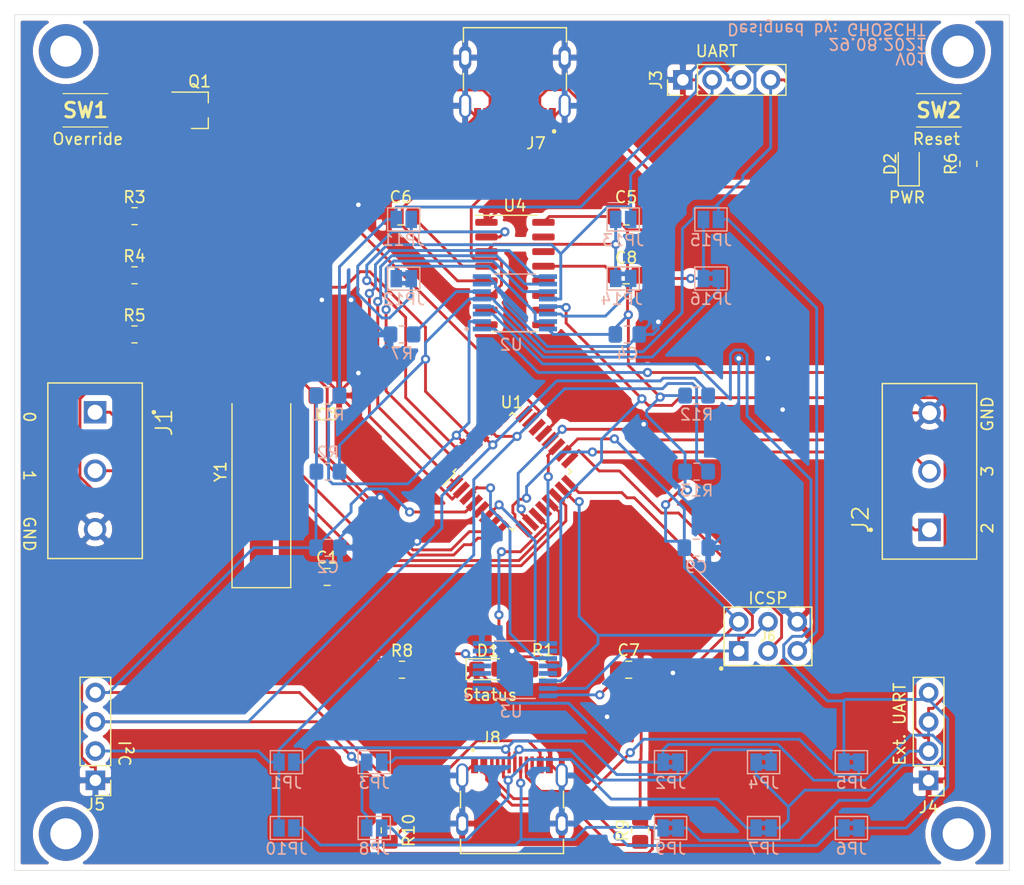
<source format=kicad_pcb>
(kicad_pcb (version 20171130) (host pcbnew "(5.1.10)-1")
  (title_block (title Control) (date 2021-08-29) (rev v01) (comment 4 "Author: GHOSCHT"))
  (layers (0 F.Cu signal) (31 B.Cu signal) (34 B.Paste user) (35 F.Paste user) (36 B.SilkS user) (37 F.SilkS user) (38 B.Mask user) (39 F.Mask user) (44 Edge.Cuts user))
  (net 0 "")
  (net 1 XTAL1)
  (net 2 GND)
  (net 3 XTAL2)
  (net 4 VCC)
  (net 5 "Net-(D1-Pad2)")
  (net 6 SCK)
  (net 7 RST)
  (net 8 RX)
  (net 9 TX)
  (net 10 SCL)
  (net 11 SDA)
  (net 12 "Net-(U1-Pad20)")
  (net 13 "Net-(U1-Pad22)")
  (net 14 "Net-(J7-PadA5)")
  (net 15 "Net-(J7-PadB8)")
  (net 16 "Net-(J7-PadA8)")
  (net 17 "Net-(J7-PadB5)")
  (net 18 "Net-(C6-Pad2)")
  (net 19 SIG1A)
  (net 20 SIG1B)
  (net 21 D+)
  (net 22 D-)
  (net 23 SIG2A)
  (net 24 SIG2B)
  (net 25 "Net-(U1-Pad25)")
  (net 26 "Net-(U1-Pad26)")
  (net 27 EXTRX)
  (net 28 EXTTX)
  (net 29 EXTRST)
  (net 30 "Net-(D2-Pad2)")
  (net 31 STOPRST)
  (net 32 "Net-(Q1-Pad1)")
  (net 33 "Net-(U1-Pad12)")
  (net 34 "Net-(JP11-Pad1)")
  (net 35 MUXRX)
  (net 36 "Net-(JP13-Pad1)")
  (net 37 MUXTX)
  (net 38 MUXRST)
  (net 39 LED)
  (net 40 MOSI)
  (net 41 MISO)
  (net 42 MUX1S1)
  (net 43 MUX1S2)
  (net 44 MUX2S0)
  (net 45 MUX2S1)
  (net 46 MUX2S2)
  (net 47 MUX1S0)
  (net 48 "Net-(Q1-Pad3)")
  (net 49 "Net-(C8-Pad1)")
  (net 50 "Net-(C8-Pad2)")
  (net 51 "Net-(J8-PadA4B9)")
  (net 52 "Net-(J8-PadA6)")
  (net 53 "Net-(J8-PadB7)")
  (net 54 "Net-(J8-PadA5)")
  (net 55 "Net-(J8-PadB8)")
  (net 56 "Net-(J8-PadA7)")
  (net 57 "Net-(J8-PadB6)")
  (net 58 "Net-(J8-PadA8)")
  (net 59 "Net-(J8-PadB5)")
  (net 60 "Net-(J8-PadB4A9)")
  (net 61 "Net-(R5-Pad2)")
  (net 62 "Net-(R7-Pad2)")
  (net 63 "Net-(R8-Pad2)")
  (net 64 "Net-(U1-Pad24)")
  (net 65 "Net-(U3-Pad1)")
  (net 66 "Net-(U3-Pad3)")
  (net 67 "Net-(U3-Pad4)")
  (net 68 "Net-(U3-Pad5)")
  (net 69 "Net-(U3-Pad13)")
  (net 70 "Net-(U4-Pad7)")
  (net 71 "Net-(U4-Pad8)")
  (net 72 "Net-(U4-Pad9)")
  (net 73 "Net-(U4-Pad10)")
  (net 74 "Net-(U4-Pad11)")
  (net 75 "Net-(U4-Pad12)")
  (net 76 "Net-(U4-Pad14)")
  (net 77 "Net-(U4-Pad15)")
  (module MountingHole:MountingHole_2.7mm_M2.5_DIN965_Pad (layer F.Cu) (at 186.563 59.309)
    (fp_text reference MNT4 hide)
    (fp_text value MountingHole_2.7mm_M2.5_DIN965_Pad)
    (pad 1 thru_hole circle (at 0 0) (size 4.7 4.7) (drill 2.7) (layers *.Cu *.Mask))
  )
  (module MountingHole:MountingHole_2.7mm_M2.5_DIN965_Pad (layer F.Cu) (at 109.093 59.309)
    (fp_text reference MNT3 hide)
    (fp_text value MountingHole_2.7mm_M2.5_DIN965_Pad)
    (pad 1 thru_hole circle (at 0 0) (size 4.7 4.7) (drill 2.7) (layers *.Cu *.Mask))
  )
  (module MountingHole:MountingHole_2.7mm_M2.5_DIN965_Pad (layer F.Cu) (at 109.093 127.254)
    (fp_text reference MNT2 hide)
    (fp_text value MountingHole_2.7mm_M2.5_DIN965_Pad)
    (pad 1 thru_hole circle (at 0 0) (size 4.7 4.7) (drill 2.7) (layers *.Cu *.Mask))
  )
  (module MountingHole:MountingHole_2.7mm_M2.5_DIN965_Pad (layer F.Cu) (at 186.563 127.254)
    (fp_text reference MNT1 hide)
    (fp_text value MountingHole_2.7mm_M2.5_DIN965_Pad)
    (pad 1 thru_hole circle (at 0 0) (size 4.7 4.7) (drill 2.7) (layers *.Cu *.Mask))
  )
  (module Capacitor_SMD:C_0805_2012Metric_Pad1.18x1.45mm_HandSolder (layer B.Cu) (at 163.825 102.4128)
    (fp_text reference C9 (at 0 1.68) (layer B.SilkS) (effects (justify mirror)))
    (fp_text value 100n)
    (pad 2 smd roundrect (at 1.0375 0) (size 1.175 1.45) (layers B.Cu B.Paste B.Mask) (roundrect_rratio 0.2127659574468085) (net 2 GND))
    (pad 1 smd roundrect (at -1.0375 0) (size 1.175 1.45) (layers B.Cu B.Paste B.Mask) (roundrect_rratio 0.2127659574468085) (net 4 VCC))
  )
  (module Capacitor_SMD:C_0805_2012Metric_Pad1.18x1.45mm_HandSolder (layer F.Cu) (at 131.785 89.2048)
    (fp_text reference C3 (at 0 1.651) (layer F.SilkS))
    (fp_text value 22p)
    (pad 1 smd roundrect (at -1.0375 0) (size 1.175 1.45) (layers F.Cu F.Paste F.Mask) (roundrect_rratio 0.2127659574468085) (net 3 XTAL2))
    (pad 2 smd roundrect (at 1.0375 0) (size 1.175 1.45) (layers F.Cu F.Paste F.Mask) (roundrect_rratio 0.2127659574468085) (net 2 GND))
  )
  (module Capacitor_SMD:C_0805_2012Metric_Pad1.18x1.45mm_HandSolder (layer B.Cu) (at 131.851 102.4128)
    (fp_text reference C2 (at 0 1.68) (layer B.SilkS) (effects (justify mirror)))
    (fp_text value 100n)
    (pad 2 smd roundrect (at 1.0375 0) (size 1.175 1.45) (layers B.Cu B.Paste B.Mask) (roundrect_rratio 0.2127659574468085) (net 2 GND))
    (pad 1 smd roundrect (at -1.0375 0) (size 1.175 1.45) (layers B.Cu B.Paste B.Mask) (roundrect_rratio 0.2127659574468085) (net 4 VCC))
  )
  (module LED_SMD:LED_0805_2012Metric_Castellated (layer F.Cu) (at 182.27 69.1134 90)
    (fp_text reference D2 (at 0 -1.6 90) (layer F.SilkS))
    (fp_text value 17-21/BHC-XL2M2TY/3T)
    (pad 1 smd roundrect (at -0.9625 0 90) (size 1.325 1.3) (layers F.Cu F.Paste F.Mask) (roundrect_rratio 0.1923076923076923) (net 2 GND))
    (pad 2 smd roundrect (at 0.9625 0 90) (size 1.325 1.3) (layers F.Cu F.Paste F.Mask) (roundrect_rratio 0.1923076923076923) (net 30 "Net-(D2-Pad2)"))
  )
  (module HRO_TYPE-C-31-M-12:HRO_TYPE-C-31-M-12 (layer F.Cu) (at 147.828 126.365)
    (fp_text reference J8 (at -1.825 -7.435) (layer F.SilkS))
    (fp_text value TYPE-C-31-M-12)
    (pad A1B12 smd rect (at -3.25 -5.095) (size 0.6 1.45) (layers F.Cu F.Paste F.Mask) (net 2 GND))
    (pad A4B9 smd rect (at -2.45 -5.095) (size 0.6 1.45) (layers F.Cu F.Paste F.Mask) (net 51 "Net-(J8-PadA4B9)"))
    (pad A6 smd rect (at -0.25 -5.095) (size 0.3 1.45) (layers F.Cu F.Paste F.Mask) (net 52 "Net-(J8-PadA6)"))
    (pad B7 smd rect (at -0.75 -5.095) (size 0.3 1.45) (layers F.Cu F.Paste F.Mask) (net 53 "Net-(J8-PadB7)"))
    (pad A5 smd rect (at -1.25 -5.095) (size 0.3 1.45) (layers F.Cu F.Paste F.Mask) (net 54 "Net-(J8-PadA5)"))
    (pad B8 smd rect (at -1.75 -5.095) (size 0.3 1.45) (layers F.Cu F.Paste F.Mask) (net 55 "Net-(J8-PadB8)"))
    (pad A7 smd rect (at 0.25 -5.095) (size 0.3 1.45) (layers F.Cu F.Paste F.Mask) (net 56 "Net-(J8-PadA7)"))
    (pad B6 smd rect (at 0.75 -5.095) (size 0.3 1.45) (layers F.Cu F.Paste F.Mask) (net 57 "Net-(J8-PadB6)"))
    (pad A8 smd rect (at 1.25 -5.095) (size 0.3 1.45) (layers F.Cu F.Paste F.Mask) (net 58 "Net-(J8-PadA8)"))
    (pad B5 smd rect (at 1.75 -5.095) (size 0.3 1.45) (layers F.Cu F.Paste F.Mask) (net 59 "Net-(J8-PadB5)"))
    (pad B4A9 smd rect (at 2.45 -5.095) (size 0.6 1.45) (layers F.Cu F.Paste F.Mask) (net 60 "Net-(J8-PadB4A9)"))
    (pad B1A12 smd rect (at 3.25 -5.095) (size 0.6 1.45) (layers F.Cu F.Paste F.Mask) (net 2 GND))
    (pad S1 thru_hole oval (at -4.32 -4.18) (size 1.05 2.1) (drill oval 0.65 1.75) (layers *.Cu *.Mask) (net 2 GND))
    (pad S2 thru_hole oval (at 4.32 -4.18) (size 1.05 2.1) (drill oval 0.65 1.75) (layers *.Cu *.Mask) (net 2 GND))
    (pad S3 thru_hole oval (at -4.32 0) (size 1.05 2.1) (drill oval 0.65 1.25) (layers *.Cu *.Mask) (net 2 GND))
    (pad S4 thru_hole oval (at 4.32 0) (size 1.05 2.1) (drill oval 0.65 1.25) (layers *.Cu *.Mask) (net 2 GND))
    (pad None np_thru_hole circle (at -2.89 -3.65) (size 0.7 0.7) (drill 0.7) (layers *.Cu *.Mask))
    (pad None np_thru_hole circle (at 2.89 -3.65) (size 0.7 0.7) (drill 0.7) (layers *.Cu *.Mask))
  )
  (module Jumper:SolderJumper-2_P1.3mm_Open_Pad1.0x1.5mm (layer B.Cu) (at 128.245 121.031)
    (fp_text reference JP1 (at 0 1.8) (layer B.SilkS) (effects (justify mirror)))
    (fp_text value SolderJumper)
    (pad 2 smd rect (at 0.65 0) (size 1 1.5) (layers B.Cu B.Mask) (net 52 "Net-(J8-PadA6)"))
    (pad 1 smd rect (at -0.65 0) (size 1 1.5) (layers B.Cu B.Mask) (net 11 SDA))
  )
  (module Jumper:SolderJumper-2_P1.3mm_Open_Pad1.0x1.5mm (layer B.Cu) (at 135.865 121.031)
    (fp_text reference JP3 (at 0 1.8) (layer B.SilkS) (effects (justify mirror)))
    (fp_text value SolderJumper)
    (pad 1 smd rect (at -0.65 0) (size 1 1.5) (layers B.Cu B.Mask) (net 10 SCL))
    (pad 2 smd rect (at 0.65 0) (size 1 1.5) (layers B.Cu B.Mask) (net 56 "Net-(J8-PadA7)"))
  )
  (module Jumper:SolderJumper-2_P1.3mm_Open_Pad1.0x1.5mm (layer B.Cu) (at 135.865 126.746)
    (fp_text reference JP8 (at 0 1.8) (layer B.SilkS) (effects (justify mirror)))
    (fp_text value SolderJumper)
    (pad 1 smd rect (at -0.65 0) (size 1 1.5) (layers B.Cu B.Mask) (net 10 SCL))
    (pad 2 smd rect (at 0.65 0) (size 1 1.5) (layers B.Cu B.Mask) (net 53 "Net-(J8-PadB7)"))
  )
  (module Jumper:SolderJumper-2_P1.3mm_Open_Pad1.0x1.5mm (layer B.Cu) (at 128.245 126.746)
    (fp_text reference JP10 (at 0 1.8) (layer B.SilkS) (effects (justify mirror)))
    (fp_text value SolderJumper)
    (pad 2 smd rect (at 0.65 0) (size 1 1.5) (layers B.Cu B.Mask) (net 57 "Net-(J8-PadB6)"))
    (pad 1 smd rect (at -0.65 0) (size 1 1.5) (layers B.Cu B.Mask) (net 11 SDA))
  )
  (module Resistor_SMD:R_0805_2012Metric_Pad1.20x1.40mm_HandSolder (layer B.Cu) (at 131.851 95.8088 180)
    (fp_text reference R2 (at 0 1.65) (layer B.SilkS) (effects (justify mirror)))
    (fp_text value 10k)
    (pad 1 smd roundrect (at -1 0 180) (size 1.2 1.4) (layers B.Cu B.Paste B.Mask) (roundrect_rratio 0.2083325) (net 7 RST))
    (pad 2 smd roundrect (at 1 0 180) (size 1.2 1.4) (layers B.Cu B.Paste B.Mask) (roundrect_rratio 0.2083325) (net 4 VCC))
  )
  (module Resistor_SMD:R_0805_2012Metric_Pad1.20x1.40mm_HandSolder (layer F.Cu) (at 187.452 69.088 270)
    (fp_text reference R6 (at 0 1.524 90) (layer F.SilkS))
    (fp_text value 200)
    (pad 2 smd roundrect (at 1 0 270) (size 1.2 1.4) (layers F.Cu F.Paste F.Mask) (roundrect_rratio 0.2083325) (net 4 VCC))
    (pad 1 smd roundrect (at -1 0 270) (size 1.2 1.4) (layers F.Cu F.Paste F.Mask) (roundrect_rratio 0.2083325) (net 30 "Net-(D2-Pad2)"))
  )
  (module Crystal:Crystal_SMD_HC49-SD_HandSoldering (layer F.Cu) (at 126.07 95.8088 90)
    (fp_text reference Y1 (at 0 -3.55 90) (layer F.SilkS))
    (fp_text value 16MHz)
    (pad 1 smd rect (at -5.9375 0 90) (size 7.875 2) (layers F.Cu F.Paste F.Mask) (net 1 XTAL1))
    (pad 2 smd rect (at 5.9375 0 90) (size 7.875 2) (layers F.Cu F.Paste F.Mask) (net 3 XTAL2))
  )
  (module Capacitor_SMD:C_0805_2012Metric_Pad1.18x1.45mm_HandSolder (layer F.Cu) (at 131.785 104.9528)
    (fp_text reference C1 (at 0 -1.68) (layer F.SilkS))
    (fp_text value 22p)
    (pad 1 smd roundrect (at -1.0375 0) (size 1.175 1.45) (layers F.Cu F.Paste F.Mask) (roundrect_rratio 0.2127659574468085) (net 1 XTAL1))
    (pad 2 smd roundrect (at 1.0375 0) (size 1.175 1.45) (layers F.Cu F.Paste F.Mask) (roundrect_rratio 0.2127659574468085) (net 2 GND))
  )
  (module CUI_TB006-508-03BE:CUI_TB006-508-03BE (layer F.Cu) (at 111.633 90.6526 270)
    (fp_text reference J1 (at 0.905 -5.989 90) (layer F.SilkS) (effects (font (size 1.4 1.4))))
    (fp_text value Screw_Terminal_01x03)
    (pad 1 thru_hole rect (at 0 0 270) (size 1.95 1.95) (drill 1.3) (layers *.Cu *.Mask) (net 19 SIG1A))
    (pad 2 thru_hole circle (at 5.08 0 270) (size 1.95 1.95) (drill 1.3) (layers *.Cu *.Mask) (net 20 SIG1B))
    (pad 3 thru_hole circle (at 10.16 0 270) (size 1.95 1.95) (drill 1.3) (layers *.Cu *.Mask) (net 2 GND))
  )
  (module HRO_TYPE-C-31-M-12:HRO_TYPE-C-31-M-12 (layer F.Cu) (at 148.082 59.8678 180)
    (fp_text reference J7 (at -1.825 -7.435) (layer F.SilkS))
    (fp_text value TYPE-C-31-M-12)
    (pad A1B12 smd rect (at -3.25 -5.095 180) (size 0.6 1.45) (layers F.Cu F.Paste F.Mask) (net 2 GND))
    (pad A4B9 smd rect (at -2.45 -5.095 180) (size 0.6 1.45) (layers F.Cu F.Paste F.Mask) (net 4 VCC))
    (pad A6 smd rect (at -0.25 -5.095 180) (size 0.3 1.45) (layers F.Cu F.Paste F.Mask) (net 21 D+))
    (pad B7 smd rect (at -0.75 -5.095 180) (size 0.3 1.45) (layers F.Cu F.Paste F.Mask) (net 22 D-))
    (pad A5 smd rect (at -1.25 -5.095 180) (size 0.3 1.45) (layers F.Cu F.Paste F.Mask) (net 14 "Net-(J7-PadA5)"))
    (pad B8 smd rect (at -1.75 -5.095 180) (size 0.3 1.45) (layers F.Cu F.Paste F.Mask) (net 15 "Net-(J7-PadB8)"))
    (pad A7 smd rect (at 0.25 -5.095 180) (size 0.3 1.45) (layers F.Cu F.Paste F.Mask) (net 22 D-))
    (pad B6 smd rect (at 0.75 -5.095 180) (size 0.3 1.45) (layers F.Cu F.Paste F.Mask) (net 21 D+))
    (pad A8 smd rect (at 1.25 -5.095 180) (size 0.3 1.45) (layers F.Cu F.Paste F.Mask) (net 16 "Net-(J7-PadA8)"))
    (pad B5 smd rect (at 1.75 -5.095 180) (size 0.3 1.45) (layers F.Cu F.Paste F.Mask) (net 17 "Net-(J7-PadB5)"))
    (pad B4A9 smd rect (at 2.45 -5.095 180) (size 0.6 1.45) (layers F.Cu F.Paste F.Mask) (net 4 VCC))
    (pad B1A12 smd rect (at 3.25 -5.095 180) (size 0.6 1.45) (layers F.Cu F.Paste F.Mask) (net 2 GND))
    (pad S1 thru_hole oval (at -4.32 -4.18 180) (size 1.05 2.1) (drill oval 0.65 1.75) (layers *.Cu *.Mask) (net 2 GND))
    (pad S2 thru_hole oval (at 4.32 -4.18 180) (size 1.05 2.1) (drill oval 0.65 1.75) (layers *.Cu *.Mask) (net 2 GND))
    (pad S3 thru_hole oval (at -4.32 0 180) (size 1.05 2.1) (drill oval 0.65 1.25) (layers *.Cu *.Mask) (net 2 GND))
    (pad S4 thru_hole oval (at 4.32 0 180) (size 1.05 2.1) (drill oval 0.65 1.25) (layers *.Cu *.Mask) (net 2 GND))
    (pad None np_thru_hole circle (at -2.89 -3.65 180) (size 0.7 0.7) (drill 0.7) (layers *.Cu *.Mask))
    (pad None np_thru_hole circle (at 2.89 -3.65 180) (size 0.7 0.7) (drill 0.7) (layers *.Cu *.Mask))
  )
  (module Package_SO:SOIC-16_3.9x9.9mm_P1.27mm (layer F.Cu) (at 148.082 78.613)
    (fp_text reference U4 (at 0 -5.9) (layer F.SilkS))
    (fp_text value CH340C)
    (pad 1 smd roundrect (at -2.475 -4.445) (size 1.95 0.6) (layers F.Cu F.Paste F.Mask) (net 2 GND))
    (pad 2 smd roundrect (at -2.475 -3.175) (size 1.95 0.6) (layers F.Cu F.Paste F.Mask) (net 34 "Net-(JP11-Pad1)"))
    (pad 3 smd roundrect (at -2.475 -1.905) (size 1.95 0.6) (layers F.Cu F.Paste F.Mask) (net 36 "Net-(JP13-Pad1)"))
    (pad 4 smd roundrect (at -2.475 -0.635) (size 1.95 0.6) (layers F.Cu F.Paste F.Mask) (net 18 "Net-(C6-Pad2)"))
    (pad 5 smd roundrect (at -2.475 0.635) (size 1.95 0.6) (layers F.Cu F.Paste F.Mask) (net 21 D+))
    (pad 6 smd roundrect (at -2.475 1.905) (size 1.95 0.6) (layers F.Cu F.Paste F.Mask) (net 22 D-))
    (pad 7 smd roundrect (at -2.475 3.175) (size 1.95 0.6) (layers F.Cu F.Paste F.Mask) (net 70 "Net-(U4-Pad7)"))
    (pad 8 smd roundrect (at -2.475 4.445) (size 1.95 0.6) (layers F.Cu F.Paste F.Mask) (net 71 "Net-(U4-Pad8)"))
    (pad 9 smd roundrect (at 2.475 4.445) (size 1.95 0.6) (layers F.Cu F.Paste F.Mask) (net 72 "Net-(U4-Pad9)"))
    (pad 10 smd roundrect (at 2.475 3.175) (size 1.95 0.6) (layers F.Cu F.Paste F.Mask) (net 73 "Net-(U4-Pad10)"))
    (pad 11 smd roundrect (at 2.475 1.905) (size 1.95 0.6) (layers F.Cu F.Paste F.Mask) (net 74 "Net-(U4-Pad11)"))
    (pad 12 smd roundrect (at 2.475 0.635) (size 1.95 0.6) (layers F.Cu F.Paste F.Mask) (net 75 "Net-(U4-Pad12)"))
    (pad 13 smd roundrect (at 2.475 -0.635) (size 1.95 0.6) (layers F.Cu F.Paste F.Mask) (net 50 "Net-(C8-Pad2)"))
    (pad 14 smd roundrect (at 2.475 -1.905) (size 1.95 0.6) (layers F.Cu F.Paste F.Mask) (net 76 "Net-(U4-Pad14)"))
    (pad 15 smd roundrect (at 2.475 -3.175) (size 1.95 0.6) (layers F.Cu F.Paste F.Mask) (net 77 "Net-(U4-Pad15)"))
    (pad 16 smd roundrect (at 2.475 -4.445) (size 1.95 0.6) (layers F.Cu F.Paste F.Mask) (net 4 VCC))
  )
  (module Capacitor_SMD:C_0805_2012Metric_Pad1.18x1.45mm_HandSolder (layer F.Cu) (at 157.734 73.66)
    (fp_text reference C5 (at 0 -1.68) (layer F.SilkS))
    (fp_text value 100n)
    (pad 2 smd roundrect (at 1.0375 0) (size 1.175 1.45) (layers F.Cu F.Paste F.Mask) (roundrect_rratio 0.2127659574468085) (net 2 GND))
    (pad 1 smd roundrect (at -1.0375 0) (size 1.175 1.45) (layers F.Cu F.Paste F.Mask) (roundrect_rratio 0.2127659574468085) (net 4 VCC))
  )
  (module Capacitor_SMD:C_0805_2012Metric_Pad1.18x1.45mm_HandSolder (layer F.Cu) (at 138.176 73.66)
    (fp_text reference C6 (at 0 -1.68) (layer F.SilkS))
    (fp_text value 100n)
    (pad 1 smd roundrect (at -1.0375 0) (size 1.175 1.45) (layers F.Cu F.Paste F.Mask) (roundrect_rratio 0.2127659574468085) (net 2 GND))
    (pad 2 smd roundrect (at 1.0375 0) (size 1.175 1.45) (layers F.Cu F.Paste F.Mask) (roundrect_rratio 0.2127659574468085) (net 18 "Net-(C6-Pad2)"))
  )
  (module Capacitor_SMD:C_0805_2012Metric_Pad1.18x1.45mm_HandSolder (layer F.Cu) (at 157.734 78.7654 180)
    (fp_text reference C8 (at 0 1.524) (layer F.SilkS))
    (fp_text value 100n)
    (pad 1 smd roundrect (at -1.0375 0 180) (size 1.175 1.45) (layers F.Cu F.Paste F.Mask) (roundrect_rratio 0.2127659574468085) (net 49 "Net-(C8-Pad1)"))
    (pad 2 smd roundrect (at 1.0375 0 180) (size 1.175 1.45) (layers F.Cu F.Paste F.Mask) (roundrect_rratio 0.2127659574468085) (net 50 "Net-(C8-Pad2)"))
  )
  (module CUI_TB006-508-03BE:CUI_TB006-508-03BE (layer F.Cu) (at 184.074 100.8634 90)
    (fp_text reference J2 (at 0.905 -5.989 90) (layer F.SilkS) (effects (font (size 1.4 1.4))))
    (fp_text value Screw_Terminal_01x03)
    (pad 1 thru_hole rect (at 0 0 90) (size 1.95 1.95) (drill 1.3) (layers *.Cu *.Mask) (net 23 SIG2A))
    (pad 2 thru_hole circle (at 5.08 0 90) (size 1.95 1.95) (drill 1.3) (layers *.Cu *.Mask) (net 24 SIG2B))
    (pad 3 thru_hole circle (at 10.16 0 90) (size 1.95 1.95) (drill 1.3) (layers *.Cu *.Mask) (net 2 GND))
  )
  (module Jumper:SolderJumper-2_P1.3mm_Bridged2Bar_Pad1.0x1.5mm (layer B.Cu) (at 161.595 121.031)
    (fp_text reference JP2 (at 0 1.8) (layer B.SilkS) (effects (justify mirror)))
    (fp_text value SolderJumper_Bridged)
    (fp_poly (pts (xy -0.25 0.6) (xy 0.25 0.6) (xy 0.25 0.2) (xy -0.25 0.2)) (layer B.Cu) (width 0))
    (fp_poly (pts (xy -0.25 -0.2) (xy 0.25 -0.2) (xy 0.25 -0.6) (xy -0.25 -0.6)) (layer B.Cu) (width 0))
    (pad 2 smd rect (at 0.65 0) (size 1 1.5) (layers B.Cu B.Mask) (net 52 "Net-(J8-PadA6)"))
    (pad 1 smd rect (at -0.65 0) (size 1 1.5) (layers B.Cu B.Mask) (net 27 EXTRX))
  )
  (module Jumper:SolderJumper-2_P1.3mm_Bridged2Bar_Pad1.0x1.5mm (layer B.Cu) (at 169.672 121.031)
    (fp_text reference JP4 (at 0 1.8) (layer B.SilkS) (effects (justify mirror)))
    (fp_text value SolderJumper_Bridged)
    (fp_poly (pts (xy -0.25 -0.2) (xy 0.25 -0.2) (xy 0.25 -0.6) (xy -0.25 -0.6)) (layer B.Cu) (width 0))
    (fp_poly (pts (xy -0.25 0.6) (xy 0.25 0.6) (xy 0.25 0.2) (xy -0.25 0.2)) (layer B.Cu) (width 0))
    (pad 1 smd rect (at -0.65 0) (size 1 1.5) (layers B.Cu B.Mask) (net 28 EXTTX))
    (pad 2 smd rect (at 0.65 0) (size 1 1.5) (layers B.Cu B.Mask) (net 56 "Net-(J8-PadA7)"))
  )
  (module Jumper:SolderJumper-2_P1.3mm_Bridged2Bar_Pad1.0x1.5mm (layer B.Cu) (at 177.292 121.031)
    (fp_text reference JP5 (at 0 1.8) (layer B.SilkS) (effects (justify mirror)))
    (fp_text value SolderJumper_Bridged)
    (fp_poly (pts (xy -0.25 0.6) (xy 0.25 0.6) (xy 0.25 0.2) (xy -0.25 0.2)) (layer B.Cu) (width 0))
    (fp_poly (pts (xy -0.25 -0.2) (xy 0.25 -0.2) (xy 0.25 -0.6) (xy -0.25 -0.6)) (layer B.Cu) (width 0))
    (pad 2 smd rect (at 0.65 0) (size 1 1.5) (layers B.Cu B.Mask) (net 58 "Net-(J8-PadA8)"))
    (pad 1 smd rect (at -0.65 0) (size 1 1.5) (layers B.Cu B.Mask) (net 29 EXTRST))
  )
  (module Jumper:SolderJumper-2_P1.3mm_Bridged2Bar_Pad1.0x1.5mm (layer B.Cu) (at 177.292 126.746)
    (fp_text reference JP6 (at 0 1.8) (layer B.SilkS) (effects (justify mirror)))
    (fp_text value SolderJumper_Bridged)
    (fp_poly (pts (xy -0.25 -0.2) (xy 0.25 -0.2) (xy 0.25 -0.6) (xy -0.25 -0.6)) (layer B.Cu) (width 0))
    (fp_poly (pts (xy -0.25 0.6) (xy 0.25 0.6) (xy 0.25 0.2) (xy -0.25 0.2)) (layer B.Cu) (width 0))
    (pad 1 smd rect (at -0.65 0) (size 1 1.5) (layers B.Cu B.Mask) (net 55 "Net-(J8-PadB8)"))
    (pad 2 smd rect (at 0.65 0) (size 1 1.5) (layers B.Cu B.Mask) (net 29 EXTRST))
  )
  (module Jumper:SolderJumper-2_P1.3mm_Bridged2Bar_Pad1.0x1.5mm (layer B.Cu) (at 169.672 126.746)
    (fp_text reference JP7 (at 0 1.8) (layer B.SilkS) (effects (justify mirror)))
    (fp_text value SolderJumper_Bridged)
    (fp_poly (pts (xy -0.25 0.6) (xy 0.25 0.6) (xy 0.25 0.2) (xy -0.25 0.2)) (layer B.Cu) (width 0))
    (fp_poly (pts (xy -0.25 -0.2) (xy 0.25 -0.2) (xy 0.25 -0.6) (xy -0.25 -0.6)) (layer B.Cu) (width 0))
    (pad 2 smd rect (at 0.65 0) (size 1 1.5) (layers B.Cu B.Mask) (net 28 EXTTX))
    (pad 1 smd rect (at -0.65 0) (size 1 1.5) (layers B.Cu B.Mask) (net 53 "Net-(J8-PadB7)"))
  )
  (module Jumper:SolderJumper-2_P1.3mm_Bridged2Bar_Pad1.0x1.5mm (layer B.Cu) (at 161.595 126.746)
    (fp_text reference JP9 (at 0 1.8) (layer B.SilkS) (effects (justify mirror)))
    (fp_text value SolderJumper_Bridged)
    (fp_poly (pts (xy -0.25 -0.2) (xy 0.25 -0.2) (xy 0.25 -0.6) (xy -0.25 -0.6)) (layer B.Cu) (width 0))
    (fp_poly (pts (xy -0.25 0.6) (xy 0.25 0.6) (xy 0.25 0.2) (xy -0.25 0.2)) (layer B.Cu) (width 0))
    (pad 1 smd rect (at -0.65 0) (size 1 1.5) (layers B.Cu B.Mask) (net 57 "Net-(J8-PadB6)"))
    (pad 2 smd rect (at 0.65 0) (size 1 1.5) (layers B.Cu B.Mask) (net 27 EXTRX))
  )
  (module Resistor_SMD:R_0805_2012Metric_Pad1.20x1.40mm_HandSolder (layer F.Cu) (at 115.058 78.7631)
    (fp_text reference R4 (at 0 -1.65) (layer F.SilkS))
    (fp_text value 120)
    (pad 1 smd roundrect (at -1 0) (size 1.2 1.4) (layers F.Cu F.Paste F.Mask) (roundrect_rratio 0.2083325) (net 7 RST))
    (pad 2 smd roundrect (at 1 0) (size 1.2 1.4) (layers F.Cu F.Paste F.Mask) (roundrect_rratio 0.2083325) (net 48 "Net-(Q1-Pad3)"))
  )
  (module Resistor_SMD:R_0805_2012Metric_Pad1.20x1.40mm_HandSolder (layer F.Cu) (at 158.953 126.9492 270)
    (fp_text reference R9 (at 0 1.524 90) (layer F.SilkS))
    (fp_text value 40.2)
    (pad 2 smd roundrect (at 1 0 270) (size 1.2 1.4) (layers F.Cu F.Paste F.Mask) (roundrect_rratio 0.2083325) (net 51 "Net-(J8-PadA4B9)"))
    (pad 1 smd roundrect (at -1 0 270) (size 1.2 1.4) (layers F.Cu F.Paste F.Mask) (roundrect_rratio 0.2083325) (net 4 VCC))
  )
  (module Resistor_SMD:R_0805_2012Metric_Pad1.20x1.40mm_HandSolder (layer F.Cu) (at 137.211 126.9492 270)
    (fp_text reference R10 (at 0 -1.65 90) (layer F.SilkS))
    (fp_text value 40.2)
    (pad 1 smd roundrect (at -1 0 270) (size 1.2 1.4) (layers F.Cu F.Paste F.Mask) (roundrect_rratio 0.2083325) (net 4 VCC))
    (pad 2 smd roundrect (at 1 0 270) (size 1.2 1.4) (layers F.Cu F.Paste F.Mask) (roundrect_rratio 0.2083325) (net 60 "Net-(J8-PadB4A9)"))
  )
  (module CD74HC4053PWR:SOP65P640X120-16N (layer B.Cu) (at 148.082 81.153)
    (fp_text reference U2 (at -0.325 3.635) (layer B.SilkS) (effects (justify mirror)))
    (fp_text value CD74HC4053PWR)
    (pad 1 smd rect (at -2.87 2.275) (size 1.57 0.41) (layers B.Cu B.Paste B.Mask) (net 27 EXTRX))
    (pad 2 smd rect (at -2.87 1.625) (size 1.57 0.41) (layers B.Cu B.Paste B.Mask) (net 8 RX))
    (pad 3 smd rect (at -2.87 0.975) (size 1.57 0.41) (layers B.Cu B.Paste B.Mask) (net 29 EXTRST))
    (pad 4 smd rect (at -2.87 0.325) (size 1.57 0.41) (layers B.Cu B.Paste B.Mask) (net 38 MUXRST))
    (pad 5 smd rect (at -2.87 -0.325) (size 1.57 0.41) (layers B.Cu B.Paste B.Mask) (net 7 RST))
    (pad 6 smd rect (at -2.87 -0.975) (size 1.57 0.41) (layers B.Cu B.Paste B.Mask) (net 62 "Net-(R7-Pad2)"))
    (pad 7 smd rect (at -2.87 -1.625) (size 1.57 0.41) (layers B.Cu B.Paste B.Mask) (net 2 GND))
    (pad 8 smd rect (at -2.87 -2.275) (size 1.57 0.41) (layers B.Cu B.Paste B.Mask) (net 2 GND))
    (pad 9 smd rect (at 2.87 -2.275) (size 1.57 0.41) (layers B.Cu B.Paste B.Mask) (net 43 MUX1S2))
    (pad 10 smd rect (at 2.87 -1.625) (size 1.57 0.41) (layers B.Cu B.Paste B.Mask) (net 42 MUX1S1))
    (pad 11 smd rect (at 2.87 -0.975) (size 1.57 0.41) (layers B.Cu B.Paste B.Mask) (net 47 MUX1S0))
    (pad 12 smd rect (at 2.87 -0.325) (size 1.57 0.41) (layers B.Cu B.Paste B.Mask) (net 9 TX))
    (pad 13 smd rect (at 2.87 0.325) (size 1.57 0.41) (layers B.Cu B.Paste B.Mask) (net 28 EXTTX))
    (pad 14 smd rect (at 2.87 0.975) (size 1.57 0.41) (layers B.Cu B.Paste B.Mask) (net 37 MUXTX))
    (pad 15 smd rect (at 2.87 1.625) (size 1.57 0.41) (layers B.Cu B.Paste B.Mask) (net 35 MUXRX))
    (pad 16 smd rect (at 2.87 2.275) (size 1.57 0.41) (layers B.Cu B.Paste B.Mask) (net 4 VCC))
  )
  (module Capacitor_SMD:C_0805_2012Metric_Pad1.18x1.45mm_HandSolder (layer B.Cu) (at 157.836 83.8962)
    (fp_text reference C4 (at 0 1.68) (layer B.SilkS) (effects (justify mirror)))
    (fp_text value 100n)
    (pad 1 smd roundrect (at -1.0375 0) (size 1.175 1.45) (layers B.Cu B.Paste B.Mask) (roundrect_rratio 0.2127659574468085) (net 4 VCC))
    (pad 2 smd roundrect (at 1.0375 0) (size 1.175 1.45) (layers B.Cu B.Paste B.Mask) (roundrect_rratio 0.2127659574468085) (net 2 GND))
  )
  (module Resistor_SMD:R_0805_2012Metric_Pad1.20x1.40mm_HandSolder (layer B.Cu) (at 138.278 83.8962)
    (fp_text reference R7 (at 0 1.65) (layer B.SilkS) (effects (justify mirror)))
    (fp_text value 10k)
    (pad 1 smd roundrect (at -1 0) (size 1.2 1.4) (layers B.Cu B.Paste B.Mask) (roundrect_rratio 0.2083325) (net 2 GND))
    (pad 2 smd roundrect (at 1 0) (size 1.2 1.4) (layers B.Cu B.Paste B.Mask) (roundrect_rratio 0.2083325) (net 62 "Net-(R7-Pad2)"))
  )
  (module Package_TO_SOT_SMD:SOT-23_Handsoldering (layer F.Cu) (at 120.701 64.4398)
    (fp_text reference Q1 (at 0 -2.5) (layer F.SilkS))
    (fp_text value Q_NPN_BCE)
    (pad 1 smd rect (at -1.5 -0.95) (size 1.9 0.8) (layers F.Cu F.Paste F.Mask) (net 32 "Net-(Q1-Pad1)"))
    (pad 2 smd rect (at -1.5 0.95) (size 1.9 0.8) (layers F.Cu F.Paste F.Mask) (net 4 VCC))
    (pad 3 smd rect (at 1.5 0) (size 1.9 0.8) (layers F.Cu F.Paste F.Mask) (net 48 "Net-(Q1-Pad3)"))
  )
  (module Resistor_SMD:R_0805_2012Metric_Pad1.20x1.40mm_HandSolder (layer F.Cu) (at 115.058 73.63)
    (fp_text reference R3 (at 0 -1.65) (layer F.SilkS))
    (fp_text value 40.2)
    (pad 1 smd roundrect (at -1 0) (size 1.2 1.4) (layers F.Cu F.Paste F.Mask) (roundrect_rratio 0.2083325) (net 32 "Net-(Q1-Pad1)"))
    (pad 2 smd roundrect (at 1 0) (size 1.2 1.4) (layers F.Cu F.Paste F.Mask) (roundrect_rratio 0.2083325) (net 31 STOPRST))
  )
  (module Package_QFP:TQFP-32_7x7mm_P0.8mm (layer F.Cu) (at 147.853 95.8088 45)
    (fp_text reference U1 (at 4.238964 -4.274319 180) (layer F.SilkS))
    (fp_text value ATmega328PB-AU)
    (pad 1 smd rect (at -4.25 -2.8 45) (size 1.6 0.55) (layers F.Cu F.Paste F.Mask) (net 42 MUX1S1))
    (pad 2 smd rect (at -4.25 -2 45) (size 1.6 0.55) (layers F.Cu F.Paste F.Mask) (net 43 MUX1S2))
    (pad 3 smd rect (at -4.25 -1.2 45) (size 1.6 0.55) (layers F.Cu F.Paste F.Mask) (net 44 MUX2S0))
    (pad 4 smd rect (at -4.25 -0.4 45) (size 1.6 0.55) (layers F.Cu F.Paste F.Mask) (net 4 VCC))
    (pad 5 smd rect (at -4.25 0.4 45) (size 1.6 0.55) (layers F.Cu F.Paste F.Mask) (net 2 GND))
    (pad 6 smd rect (at -4.25 1.2 45) (size 1.6 0.55) (layers F.Cu F.Paste F.Mask) (net 45 MUX2S1))
    (pad 7 smd rect (at -4.25 2 45) (size 1.6 0.55) (layers F.Cu F.Paste F.Mask) (net 1 XTAL1))
    (pad 8 smd rect (at -4.25 2.8 45) (size 1.6 0.55) (layers F.Cu F.Paste F.Mask) (net 3 XTAL2))
    (pad 9 smd rect (at -2.8 4.25 135) (size 1.6 0.55) (layers F.Cu F.Paste F.Mask) (net 23 SIG2A))
    (pad 10 smd rect (at -2 4.25 135) (size 1.6 0.55) (layers F.Cu F.Paste F.Mask) (net 24 SIG2B))
    (pad 11 smd rect (at -1.2 4.25 135) (size 1.6 0.55) (layers F.Cu F.Paste F.Mask) (net 39 LED))
    (pad 12 smd rect (at -0.4 4.25 135) (size 1.6 0.55) (layers F.Cu F.Paste F.Mask) (net 33 "Net-(U1-Pad12)"))
    (pad 13 smd rect (at 0.4 4.25 135) (size 1.6 0.55) (layers F.Cu F.Paste F.Mask) (net 19 SIG1A))
    (pad 14 smd rect (at 1.2 4.25 135) (size 1.6 0.55) (layers F.Cu F.Paste F.Mask) (net 20 SIG1B))
    (pad 15 smd rect (at 2 4.25 135) (size 1.6 0.55) (layers F.Cu F.Paste F.Mask) (net 40 MOSI))
    (pad 16 smd rect (at 2.8 4.25 135) (size 1.6 0.55) (layers F.Cu F.Paste F.Mask) (net 41 MISO))
    (pad 17 smd rect (at 4.25 2.8 45) (size 1.6 0.55) (layers F.Cu F.Paste F.Mask) (net 6 SCK))
    (pad 18 smd rect (at 4.25 2 45) (size 1.6 0.55) (layers F.Cu F.Paste F.Mask) (net 4 VCC))
    (pad 19 smd rect (at 4.25 1.2 45) (size 1.6 0.55) (layers F.Cu F.Paste F.Mask) (net 46 MUX2S2))
    (pad 20 smd rect (at 4.25 0.4 45) (size 1.6 0.55) (layers F.Cu F.Paste F.Mask) (net 12 "Net-(U1-Pad20)"))
    (pad 21 smd rect (at 4.25 -0.4 45) (size 1.6 0.55) (layers F.Cu F.Paste F.Mask) (net 2 GND))
    (pad 22 smd rect (at 4.25 -1.2 45) (size 1.6 0.55) (layers F.Cu F.Paste F.Mask) (net 13 "Net-(U1-Pad22)"))
    (pad 23 smd rect (at 4.25 -2 45) (size 1.6 0.55) (layers F.Cu F.Paste F.Mask) (net 31 STOPRST))
    (pad 24 smd rect (at 4.25 -2.8 45) (size 1.6 0.55) (layers F.Cu F.Paste F.Mask) (net 64 "Net-(U1-Pad24)"))
    (pad 25 smd rect (at 2.8 -4.25 135) (size 1.6 0.55) (layers F.Cu F.Paste F.Mask) (net 25 "Net-(U1-Pad25)"))
    (pad 26 smd rect (at 2 -4.25 135) (size 1.6 0.55) (layers F.Cu F.Paste F.Mask) (net 26 "Net-(U1-Pad26)"))
    (pad 27 smd rect (at 1.2 -4.25 135) (size 1.6 0.55) (layers F.Cu F.Paste F.Mask) (net 11 SDA))
    (pad 28 smd rect (at 0.4 -4.25 135) (size 1.6 0.55) (layers F.Cu F.Paste F.Mask) (net 10 SCL))
    (pad 29 smd rect (at -0.4 -4.25 135) (size 1.6 0.55) (layers F.Cu F.Paste F.Mask) (net 7 RST))
    (pad 30 smd rect (at -1.2 -4.25 135) (size 1.6 0.55) (layers F.Cu F.Paste F.Mask) (net 8 RX))
    (pad 31 smd rect (at -2 -4.25 135) (size 1.6 0.55) (layers F.Cu F.Paste F.Mask) (net 9 TX))
    (pad 32 smd rect (at -2.8 -4.25 135) (size 1.6 0.55) (layers F.Cu F.Paste F.Mask) (net 47 MUX1S0))
  )
  (module Jumper:SolderJumper-2_P1.3mm_Open_Pad1.0x1.5mm (layer B.Cu) (at 138.43 73.914 180)
    (fp_text reference JP11 (at 0 -1.778) (layer B.SilkS) (effects (justify mirror)))
    (fp_text value SolderJumper)
    (pad 2 smd rect (at 0.65 0 180) (size 1 1.5) (layers B.Cu B.Mask) (net 8 RX))
    (pad 1 smd rect (at -0.65 0 180) (size 1 1.5) (layers B.Cu B.Mask) (net 34 "Net-(JP11-Pad1)"))
  )
  (module Jumper:SolderJumper-2_P1.3mm_Bridged2Bar_Pad1.0x1.5mm (layer B.Cu) (at 138.43 79.0551)
    (fp_text reference JP12 (at 0 1.8) (layer B.SilkS) (effects (justify mirror)))
    (fp_text value SolderJumper_Bridged)
    (fp_poly (pts (xy -0.25 -0.2) (xy 0.25 -0.2) (xy 0.25 -0.6) (xy -0.25 -0.6)) (layer B.Cu) (width 0))
    (fp_poly (pts (xy -0.25 0.6) (xy 0.25 0.6) (xy 0.25 0.2) (xy -0.25 0.2)) (layer B.Cu) (width 0))
    (pad 1 smd rect (at -0.65 0) (size 1 1.5) (layers B.Cu B.Mask) (net 35 MUXRX))
    (pad 2 smd rect (at 0.65 0) (size 1 1.5) (layers B.Cu B.Mask) (net 34 "Net-(JP11-Pad1)"))
  )
  (module Jumper:SolderJumper-2_P1.3mm_Open_Pad1.0x1.5mm (layer B.Cu) (at 157.48 73.914)
    (fp_text reference JP13 (at 0 1.8) (layer B.SilkS) (effects (justify mirror)))
    (fp_text value SolderJumper)
    (pad 1 smd rect (at -0.65 0) (size 1 1.5) (layers B.Cu B.Mask) (net 36 "Net-(JP13-Pad1)"))
    (pad 2 smd rect (at 0.65 0) (size 1 1.5) (layers B.Cu B.Mask) (net 9 TX))
  )
  (module Jumper:SolderJumper-2_P1.3mm_Bridged2Bar_Pad1.0x1.5mm (layer B.Cu) (at 157.48 79.0401 180)
    (fp_text reference JP14 (at 0.127 -1.778) (layer B.SilkS) (effects (justify mirror)))
    (fp_text value SolderJumper_Bridged)
    (fp_poly (pts (xy -0.25 0.6) (xy 0.25 0.6) (xy 0.25 0.2) (xy -0.25 0.2)) (layer B.Cu) (width 0))
    (fp_poly (pts (xy -0.25 -0.2) (xy 0.25 -0.2) (xy 0.25 -0.6) (xy -0.25 -0.6)) (layer B.Cu) (width 0))
    (pad 2 smd rect (at 0.65 0 180) (size 1 1.5) (layers B.Cu B.Mask) (net 36 "Net-(JP13-Pad1)"))
    (pad 1 smd rect (at -0.65 0 180) (size 1 1.5) (layers B.Cu B.Mask) (net 37 MUXTX))
  )
  (module Jumper:SolderJumper-2_P1.3mm_Open_Pad1.0x1.5mm (layer B.Cu) (at 165.1 73.914)
    (fp_text reference JP15 (at 0 1.8) (layer B.SilkS) (effects (justify mirror)))
    (fp_text value SolderJumper)
    (pad 2 smd rect (at 0.65 0) (size 1 1.5) (layers B.Cu B.Mask) (net 7 RST))
    (pad 1 smd rect (at -0.65 0) (size 1 1.5) (layers B.Cu B.Mask) (net 49 "Net-(C8-Pad1)"))
  )
  (module Jumper:SolderJumper-2_P1.3mm_Bridged2Bar_Pad1.0x1.5mm (layer B.Cu) (at 165.1 79.0401 180)
    (fp_text reference JP16 (at 0 -1.778) (layer B.SilkS) (effects (justify mirror)))
    (fp_text value SolderJumper_Bridged)
    (fp_poly (pts (xy -0.25 -0.2) (xy 0.25 -0.2) (xy 0.25 -0.6) (xy -0.25 -0.6)) (layer B.Cu) (width 0))
    (fp_poly (pts (xy -0.25 0.6) (xy 0.25 0.6) (xy 0.25 0.2) (xy -0.25 0.2)) (layer B.Cu) (width 0))
    (pad 1 smd rect (at -0.65 0 180) (size 1 1.5) (layers B.Cu B.Mask) (net 38 MUXRST))
    (pad 2 smd rect (at 0.65 0 180) (size 1 1.5) (layers B.Cu B.Mask) (net 49 "Net-(C8-Pad1)"))
  )
  (module LED_SMD:LED_0805_2012Metric_Castellated (layer F.Cu) (at 145.734 112.9586)
    (fp_text reference D1 (at 0 -1.6) (layer F.SilkS))
    (fp_text value 17-21/BHC-XL2M2TY/3T)
    (pad 1 smd roundrect (at -0.9625 0) (size 1.325 1.3) (layers F.Cu F.Paste F.Mask) (roundrect_rratio 0.1923076923076923) (net 2 GND))
    (pad 2 smd roundrect (at 0.9625 0) (size 1.325 1.3) (layers F.Cu F.Paste F.Mask) (roundrect_rratio 0.1923076923076923) (net 5 "Net-(D1-Pad2)"))
  )
  (module Resistor_SMD:R_0805_2012Metric_Pad1.20x1.40mm_HandSolder (layer F.Cu) (at 150.514 112.9636)
    (fp_text reference R1 (at 0 -1.65) (layer F.SilkS))
    (fp_text value 200)
    (pad 1 smd roundrect (at -1 0) (size 1.2 1.4) (layers F.Cu F.Paste F.Mask) (roundrect_rratio 0.2083325) (net 5 "Net-(D1-Pad2)"))
    (pad 2 smd roundrect (at 1 0) (size 1.2 1.4) (layers F.Cu F.Paste F.Mask) (roundrect_rratio 0.2083325) (net 39 LED))
  )
  (module Capacitor_SMD:C_0805_2012Metric_Pad1.18x1.45mm_HandSolder (layer F.Cu) (at 157.959 113.0046)
    (fp_text reference C7 (at 0 -1.68) (layer F.SilkS))
    (fp_text value 100n)
    (pad 1 smd roundrect (at -1.0375 0) (size 1.175 1.45) (layers F.Cu F.Paste F.Mask) (roundrect_rratio 0.2127659574468085) (net 4 VCC))
    (pad 2 smd roundrect (at 1.0375 0) (size 1.175 1.45) (layers F.Cu F.Paste F.Mask) (roundrect_rratio 0.2127659574468085) (net 2 GND))
  )
  (module Resistor_SMD:R_0805_2012Metric_Pad1.20x1.40mm_HandSolder (layer F.Cu) (at 138.278 113.0046)
    (fp_text reference R8 (at 0 -1.65) (layer F.SilkS))
    (fp_text value 10k)
    (pad 2 smd roundrect (at 1 0) (size 1.2 1.4) (layers F.Cu F.Paste F.Mask) (roundrect_rratio 0.2083325) (net 63 "Net-(R8-Pad2)"))
    (pad 1 smd roundrect (at -1 0) (size 1.2 1.4) (layers F.Cu F.Paste F.Mask) (roundrect_rratio 0.2083325) (net 2 GND))
  )
  (module CD74HC4053PWR:SOP65P640X120-16N (layer B.Cu) (at 148.082 113.0046)
    (fp_text reference U3 (at -0.325 3.635) (layer B.SilkS) (effects (justify mirror)))
    (fp_text value CD74HC4053PWR)
    (pad 1 smd rect (at -2.87 2.275) (size 1.57 0.41) (layers B.Cu B.Paste B.Mask) (net 65 "Net-(U3-Pad1)"))
    (pad 2 smd rect (at -2.87 1.625) (size 1.57 0.41) (layers B.Cu B.Paste B.Mask) (net 27 EXTRX))
    (pad 3 smd rect (at -2.87 0.975) (size 1.57 0.41) (layers B.Cu B.Paste B.Mask) (net 66 "Net-(U3-Pad3)"))
    (pad 4 smd rect (at -2.87 0.325) (size 1.57 0.41) (layers B.Cu B.Paste B.Mask) (net 67 "Net-(U3-Pad4)"))
    (pad 5 smd rect (at -2.87 -0.325) (size 1.57 0.41) (layers B.Cu B.Paste B.Mask) (net 68 "Net-(U3-Pad5)"))
    (pad 6 smd rect (at -2.87 -0.975) (size 1.57 0.41) (layers B.Cu B.Paste B.Mask) (net 63 "Net-(R8-Pad2)"))
    (pad 7 smd rect (at -2.87 -1.625) (size 1.57 0.41) (layers B.Cu B.Paste B.Mask) (net 2 GND))
    (pad 8 smd rect (at -2.87 -2.275) (size 1.57 0.41) (layers B.Cu B.Paste B.Mask) (net 2 GND))
    (pad 9 smd rect (at 2.87 -2.275) (size 1.57 0.41) (layers B.Cu B.Paste B.Mask) (net 46 MUX2S2))
    (pad 10 smd rect (at 2.87 -1.625) (size 1.57 0.41) (layers B.Cu B.Paste B.Mask) (net 45 MUX2S1))
    (pad 11 smd rect (at 2.87 -0.975) (size 1.57 0.41) (layers B.Cu B.Paste B.Mask) (net 44 MUX2S0))
    (pad 12 smd rect (at 2.87 -0.325) (size 1.57 0.41) (layers B.Cu B.Paste B.Mask) (net 28 EXTTX))
    (pad 13 smd rect (at 2.87 0.325) (size 1.57 0.41) (layers B.Cu B.Paste B.Mask) (net 69 "Net-(U3-Pad13)"))
    (pad 14 smd rect (at 2.87 0.975) (size 1.57 0.41) (layers B.Cu B.Paste B.Mask) (net 40 MOSI))
    (pad 15 smd rect (at 2.87 1.625) (size 1.57 0.41) (layers B.Cu B.Paste B.Mask) (net 41 MISO))
    (pad 16 smd rect (at 2.87 2.275) (size 1.57 0.41) (layers B.Cu B.Paste B.Mask) (net 4 VCC))
  )
  (module Connector_PinHeader_2.54mm:PinHeader_1x04_P2.54mm_Vertical (layer F.Cu) (at 183.998 122.6185 180)
    (fp_text reference J4 (at 0 -2.33) (layer F.SilkS))
    (fp_text value Conn_01x04)
    (pad 1 thru_hole rect (at 0 0 180) (size 1.7 1.7) (drill 1) (layers *.Cu *.Mask) (net 2 GND))
    (pad 2 thru_hole oval (at 0 2.54 180) (size 1.7 1.7) (drill 1) (layers *.Cu *.Mask) (net 28 EXTTX))
    (pad 3 thru_hole oval (at 0 5.08 180) (size 1.7 1.7) (drill 1) (layers *.Cu *.Mask) (net 27 EXTRX))
    (pad 4 thru_hole oval (at 0 7.62 180) (size 1.7 1.7) (drill 1) (layers *.Cu *.Mask) (net 29 EXTRST))
  )
  (module Connector_PinHeader_2.54mm:PinHeader_1x04_P2.54mm_Vertical (layer F.Cu) (at 162.662 61.7982 90)
    (fp_text reference J3 (at 0 -2.33 90) (layer F.SilkS))
    (fp_text value Conn_01x04)
    (pad 1 thru_hole rect (at 0 0 90) (size 1.7 1.7) (drill 1) (layers *.Cu *.Mask) (net 2 GND))
    (pad 2 thru_hole oval (at 0 2.54 90) (size 1.7 1.7) (drill 1) (layers *.Cu *.Mask) (net 9 TX))
    (pad 3 thru_hole oval (at 0 5.08 90) (size 1.7 1.7) (drill 1) (layers *.Cu *.Mask) (net 8 RX))
    (pad 4 thru_hole oval (at 0 7.62 90) (size 1.7 1.7) (drill 1) (layers *.Cu *.Mask) (net 7 RST))
  )
  (module Connector_PinHeader_2.54mm:PinHeader_1x04_P2.54mm_Vertical (layer F.Cu) (at 111.658 122.6058 180)
    (fp_text reference J5 (at 0 -2.1082) (layer F.SilkS))
    (fp_text value Conn_01x04)
    (pad 4 thru_hole oval (at 0 7.62 180) (size 1.7 1.7) (drill 1) (layers *.Cu *.Mask) (net 4 VCC))
    (pad 3 thru_hole oval (at 0 5.08 180) (size 1.7 1.7) (drill 1) (layers *.Cu *.Mask) (net 10 SCL))
    (pad 2 thru_hole oval (at 0 2.54 180) (size 1.7 1.7) (drill 1) (layers *.Cu *.Mask) (net 11 SDA))
    (pad 1 thru_hole rect (at 0 0 180) (size 1.7 1.7) (drill 1) (layers *.Cu *.Mask) (net 2 GND))
  )
  (module AVR-ISP:AVR-ISP (layer F.Cu) (at 170.053 110.109)
    (fp_text reference J6 (at 0 0) (layer F.SilkS) (effects (font (size 0.787402 0.787402))))
    (fp_text value AVR-ISP-6)
    (fp_text user ICSP (at 0 -3.302) (layer F.SilkS))
    (pad 4 thru_hole circle (at 0 -1.27) (size 1.7 1.7) (drill 1) (layers *.Cu *.Mask) (net 40 MOSI))
    (pad 3 thru_hole circle (at 0 1.27) (size 1.7 1.7) (drill 1) (layers *.Cu *.Mask) (net 6 SCK))
    (pad 2 thru_hole circle (at -2.54 -1.27) (size 1.7 1.7) (drill 1) (layers *.Cu *.Mask) (net 4 VCC))
    (pad 1 thru_hole rect (at -2.54 1.27) (size 1.7 1.7) (drill 1) (layers *.Cu *.Mask) (net 41 MISO))
    (pad 5 thru_hole circle (at 2.54 1.27) (size 1.7 1.7) (drill 1) (layers *.Cu *.Mask) (net 7 RST))
    (pad 6 thru_hole circle (at 2.54 -1.27) (size 1.7 1.7) (drill 1) (layers *.Cu *.Mask) (net 2 GND))
  )
  (module Resistor_SMD:R_0805_2012Metric_Pad1.20x1.40mm_HandSolder (layer F.Cu) (at 115.058 83.8962)
    (fp_text reference R5 (at 0 -1.65) (layer F.SilkS))
    (fp_text value 40.2)
    (pad 1 smd roundrect (at -1 0) (size 1.2 1.4) (layers F.Cu F.Paste F.Mask) (roundrect_rratio 0.2083325) (net 2 GND))
    (pad 2 smd roundrect (at 1 0) (size 1.2 1.4) (layers F.Cu F.Paste F.Mask) (roundrect_rratio 0.2083325) (net 61 "Net-(R5-Pad2)"))
  )
  (module SKRKAEE020:SKRKAEE020 (layer F.Cu) (at 110.795 64.4398)
    (fp_text reference SW1 (at 0 0) (layer F.SilkS) (effects (font (size 1.27 1.27) (thickness 0.254))))
    (fp_text value SW_Push hide)
    (pad 1 smd rect (at -2.1 0) (size 0.8 2) (layers F.Cu F.Paste F.Mask) (net 48 "Net-(Q1-Pad3)"))
    (pad 2 smd rect (at 2.1 0) (size 0.8 2) (layers F.Cu F.Paste F.Mask) (net 61 "Net-(R5-Pad2)"))
  )
  (module SKRKAEE020:SKRKAEE020 (layer F.Cu) (at 184.887 64.4398)
    (fp_text reference SW2 (at 0 0) (layer F.SilkS) (effects (font (size 1.27 1.27) (thickness 0.254))))
    (fp_text value SW_Push hide)
    (pad 2 smd rect (at 2.1 0) (size 0.8 2) (layers F.Cu F.Paste F.Mask) (net 2 GND))
    (pad 1 smd rect (at -2.1 0) (size 0.8 2) (layers F.Cu F.Paste F.Mask) (net 7 RST))
  )
  (module Resistor_SMD:R_0805_2012Metric_Pad1.20x1.40mm_HandSolder (layer B.Cu) (at 131.851 89.2048)
    (fp_text reference R11 (at 0 1.65) (layer B.SilkS) (effects (justify mirror)))
    (fp_text value 10k)
    (pad 1 smd roundrect (at -1 0) (size 1.2 1.4) (layers B.Cu B.Paste B.Mask) (roundrect_rratio 0.2083325) (net 4 VCC))
    (pad 2 smd roundrect (at 1 0) (size 1.2 1.4) (layers B.Cu B.Paste B.Mask) (roundrect_rratio 0.2083325) (net 8 RX))
  )
  (module Resistor_SMD:R_0805_2012Metric_Pad1.20x1.40mm_HandSolder (layer B.Cu) (at 163.855 89.2048)
    (fp_text reference R12 (at 0 1.65) (layer B.SilkS) (effects (justify mirror)))
    (fp_text value 10k)
    (pad 2 smd roundrect (at 1 0) (size 1.2 1.4) (layers B.Cu B.Paste B.Mask) (roundrect_rratio 0.2083325) (net 10 SCL))
    (pad 1 smd roundrect (at -1 0) (size 1.2 1.4) (layers B.Cu B.Paste B.Mask) (roundrect_rratio 0.2083325) (net 4 VCC))
  )
  (module Resistor_SMD:R_0805_2012Metric_Pad1.20x1.40mm_HandSolder (layer B.Cu) (at 163.855 95.8088)
    (fp_text reference R13 (at 0 1.65) (layer B.SilkS) (effects (justify mirror)))
    (fp_text value 10k)
    (pad 1 smd roundrect (at -1 0) (size 1.2 1.4) (layers B.Cu B.Paste B.Mask) (roundrect_rratio 0.2083325) (net 4 VCC))
    (pad 2 smd roundrect (at 1 0) (size 1.2 1.4) (layers B.Cu B.Paste B.Mask) (roundrect_rratio 0.2083325) (net 11 SDA))
  )
  (gr_text V01 (at 182.499 59.944 180) (layer B.SilkS) (effects (font (size 1 1)) (justify mirror)))
  (gr_text 29.08.2021 (at 179.578 58.674 180) (layer B.SilkS) (effects (font (size 1 1)) (justify mirror)))
  (gr_text "Designed by: GHOSCHT" (at 175.133 57.404 180) (layer B.SilkS) (effects (font (size 1 1)) (justify mirror)))
  (gr_text PWR (at 182.118 72.009) (layer F.SilkS) (effects (font (size 1 1))))
  (gr_text Status (at 145.923 115.189) (layer F.SilkS) (effects (font (size 1 1))))
  (gr_text Override (at 110.998 66.929) (layer F.SilkS) (effects (font (size 1 1))))
  (gr_text Reset (at 184.658 66.929) (layer F.SilkS) (effects (font (size 1 1))))
  (gr_text I²C (at 114.173 120.269 270) (layer F.SilkS) (effects (font (size 1 1))))
  (gr_text "Ext. UART" (at 181.483 117.729 90) (layer F.SilkS) (effects (font (size 1 1))))
  (gr_text UART (at 165.608 59.309) (layer F.SilkS) (effects (font (size 1 1))))
  (gr_text GND (at 189.103 90.805 90) (layer F.SilkS) (effects (font (size 1 1))))
  (gr_text 2 (at 189.103 100.711 90) (layer F.SilkS) (effects (font (size 1 1))))
  (gr_text 3 (at 189.103 95.758 90) (layer F.SilkS) (effects (font (size 1 1))))
  (gr_text 0 (at 105.918 91.059 -90) (layer F.SilkS) (effects (font (size 1 1))))
  (gr_text 1 (at 105.918 96.139 -90) (layer F.SilkS) (effects (font (size 1 1))))
  (gr_text GND (at 105.918 101.219 270) (layer F.SilkS) (effects (font (size 1 1))))
  (gr_line (start 191.008 56.134) (end 191.008 130.429) (layer Edge.Cuts) (width 0.05))
  (gr_line (start 104.648 130.429) (end 191.008 130.429) (layer Edge.Cuts) (width 0.05))
  (gr_line (start 104.648 56.134) (end 104.648 130.429) (layer Edge.Cuts) (width 0.05))
  (gr_line (start 191.008 56.134) (end 104.648 56.134) (layer Edge.Cuts) (width 0.05))
  (segment (start 126.07 97.4835) (end 111.541 97.4835) (width 0.25) (layer F.Cu) (net 1))
  (segment (start 111.541 97.4835) (end 110.3176 96.2601) (width 0.25) (layer F.Cu) (net 1))
  (segment (start 110.3176 96.2601) (end 110.3176 89.4968) (width 0.25) (layer F.Cu) (net 1))
  (segment (start 110.3176 89.4968) (end 114.2468 85.5676) (width 0.25) (layer F.Cu) (net 1))
  (segment (start 114.2468 85.5676) (end 125.3944 85.5676) (width 0.25) (layer F.Cu) (net 1))
  (segment (start 125.3944 85.5676) (end 125.8448 85.1172) (width 0.25) (layer F.Cu) (net 1))
  (segment (start 125.8448 85.1172) (end 128.3371 85.1172) (width 0.25) (layer F.Cu) (net 1))
  (segment (start 128.3371 85.1172) (end 131.7851 88.5652) (width 0.25) (layer F.Cu) (net 1))
  (segment (start 131.7851 88.5652) (end 131.7851 94.5259) (width 0.25) (layer F.Cu) (net 1))
  (segment (start 131.7851 94.5259) (end 138.0763 100.8171) (width 0.25) (layer F.Cu) (net 1))
  (segment (start 138.0763 100.8171) (end 138.0763 101.454) (width 0.25) (layer F.Cu) (net 1))
  (segment (start 138.0763 101.454) (end 139.2239 102.6016) (width 0.25) (layer F.Cu) (net 1))
  (segment (start 139.2239 102.6016) (end 142.545 102.6016) (width 0.25) (layer F.Cu) (net 1))
  (segment (start 142.545 102.6016) (end 144.1226 101.024) (width 0.25) (layer F.Cu) (net 1))
  (segment (start 144.1226 101.024) (end 145.4662 101.024) (width 0.25) (layer F.Cu) (net 1))
  (segment (start 130.7475 104.9528) (end 129.8778 105.8225) (width 0.25) (layer F.Cu) (net 1))
  (segment (start 129.8778 105.8225) (end 126.07 105.8225) (width 0.25) (layer F.Cu) (net 1))
  (segment (start 126.07 101.7463) (end 126.07 105.8225) (width 0.25) (layer F.Cu) (net 1))
  (segment (start 126.07 101.7463) (end 126.07 97.4835) (width 0.25) (layer F.Cu) (net 1))
  (segment (start 146.262 100.2282) (end 145.4662 101.024) (width 0.25) (layer F.Cu) (net 1))
  (segment (start 152.402 64.0478) (end 151.487 64.9628) (width 0.25) (layer F.Cu) (net 2))
  (segment (start 151.487 64.9628) (end 151.332 64.9628) (width 0.25) (layer F.Cu) (net 2))
  (segment (start 158.874 83.8962) (end 158.3485 84.4212) (width 0.25) (layer B.Cu) (net 2))
  (segment (start 158.874 83.8962) (end 159.7439 83.0263) (width 0.25) (layer B.Cu) (net 2))
  (segment (start 159.7439 83.0263) (end 159.7439 73.1707) (width 0.25) (layer B.Cu) (net 2))
  (segment (start 159.7439 73.1707) (end 168.9226 63.992) (width 0.25) (layer B.Cu) (net 2))
  (segment (start 168.9226 63.992) (end 168.9226 61.2484) (width 0.25) (layer B.Cu) (net 2))
  (segment (start 168.9226 61.2484) (end 167.7694 60.0952) (width 0.25) (layer B.Cu) (net 2))
  (segment (start 167.7694 60.0952) (end 164.365 60.0952) (width 0.25) (layer B.Cu) (net 2))
  (segment (start 164.365 60.0952) (end 162.662 61.7982) (width 0.25) (layer B.Cu) (net 2))
  (segment (start 137.1385 73.66) (end 137.1385 76.2641) (width 0.25) (layer F.Cu) (net 2))
  (segment (start 144.677 64.9628) (end 137.1385 72.5013) (width 0.25) (layer F.Cu) (net 2))
  (segment (start 137.1385 72.5013) (end 137.1385 73.66) (width 0.25) (layer F.Cu) (net 2))
  (segment (start 145.2395 78.878) (end 145.2669 78.878) (width 0.25) (layer B.Cu) (net 2))
  (segment (start 145.212 78.878) (end 145.2395 78.878) (width 0.25) (layer B.Cu) (net 2))
  (segment (start 145.2395 78.878) (end 145.212 78.878) (width 0.25) (layer B.Cu) (net 2))
  (segment (start 145.2669 78.878) (end 145.2395 78.878) (width 0.25) (layer B.Cu) (net 2))
  (segment (start 151.8441 91.2517) (end 150.5752 92.5205) (width 0.25) (layer F.Cu) (net 2))
  (segment (start 159.258 91.059) (end 157.988 89.789) (width 0.25) (layer F.Cu) (net 2))
  (segment (start 157.988 89.789) (end 153.307 89.789) (width 0.25) (layer F.Cu) (net 2))
  (segment (start 153.307 89.789) (end 151.8441 91.2517) (width 0.25) (layer F.Cu) (net 2))
  (segment (start 143.508 122.185) (end 144.423 121.27) (width 0.25) (layer F.Cu) (net 2))
  (segment (start 144.423 121.27) (end 144.578 121.27) (width 0.25) (layer F.Cu) (net 2))
  (segment (start 114.058 84.9483) (end 125.3767 84.9483) (width 0.25) (layer F.Cu) (net 2))
  (segment (start 125.3767 84.9483) (end 125.6581 84.6669) (width 0.25) (layer F.Cu) (net 2))
  (segment (start 125.6581 84.6669) (end 128.5261 84.6669) (width 0.25) (layer F.Cu) (net 2))
  (segment (start 128.5261 84.6669) (end 132.8225 88.9633) (width 0.25) (layer F.Cu) (net 2))
  (segment (start 132.8225 88.9633) (end 132.8225 89.2048) (width 0.25) (layer F.Cu) (net 2))
  (segment (start 158.3485 84.4212) (end 157.823 84.9462) (width 0.25) (layer B.Cu) (net 2))
  (segment (start 157.823 84.9462) (end 150.895 84.9462) (width 0.25) (layer B.Cu) (net 2))
  (segment (start 150.895 84.9462) (end 147.193 81.244) (width 0.25) (layer B.Cu) (net 2))
  (segment (start 147.193 81.244) (end 147.193 80.584) (width 0.25) (layer B.Cu) (net 2))
  (segment (start 147.193 80.584) (end 146.398 79.789) (width 0.25) (layer B.Cu) (net 2))
  (segment (start 146.398 79.789) (end 146.398 79.469) (width 0.25) (layer B.Cu) (net 2))
  (segment (start 146.398 79.469) (end 145.271 79.469) (width 0.25) (layer B.Cu) (net 2))
  (segment (start 145.271 79.469) (end 145.212 79.528) (width 0.25) (layer B.Cu) (net 2))
  (segment (start 151.0137 115.079) (end 146.8919 115.079) (width 0.25) (layer F.Cu) (net 2))
  (segment (start 146.8919 115.079) (end 144.7715 112.9586) (width 0.25) (layer F.Cu) (net 2))
  (segment (start 144.7715 112.9586) (end 143.6472 114.0829) (width 0.25) (layer F.Cu) (net 2))
  (segment (start 143.6472 114.0829) (end 138.3563 114.0829) (width 0.25) (layer F.Cu) (net 2))
  (segment (start 138.3563 114.0829) (end 137.278 113.0046) (width 0.25) (layer F.Cu) (net 2))
  (segment (start 151.0137 115.079) (end 151.0137 120.1554) (width 0.25) (layer F.Cu) (net 2))
  (segment (start 151.0137 120.1554) (end 151.078 120.2197) (width 0.25) (layer F.Cu) (net 2))
  (segment (start 137.278 113.0046) (end 131.3061 107.0327) (width 0.25) (layer F.Cu) (net 2))
  (segment (start 131.3061 107.0327) (end 131.3061 106.4692) (width 0.25) (layer F.Cu) (net 2))
  (segment (start 117.2896 106.4692) (end 111.633 100.8126) (width 0.25) (layer F.Cu) (net 2))
  (segment (start 131.3061 106.4692) (end 117.2896 106.4692) (width 0.25) (layer F.Cu) (net 2))
  (segment (start 111.658 121.4305) (end 111.2907 121.4305) (width 0.25) (layer F.Cu) (net 2))
  (segment (start 111.2907 121.4305) (end 110.469 120.6088) (width 0.25) (layer F.Cu) (net 2))
  (segment (start 110.469 120.6088) (end 110.469 113.2898) (width 0.25) (layer F.Cu) (net 2))
  (segment (start 110.469 113.2898) (end 117.2896 106.4692) (width 0.25) (layer F.Cu) (net 2))
  (segment (start 111.658 122.6058) (end 111.658 121.4305) (width 0.25) (layer F.Cu) (net 2))
  (segment (start 131.3061 106.4692) (end 132.8225 104.9528) (width 0.25) (layer F.Cu) (net 2))
  (segment (start 114.058 84.9483) (end 109.8673 89.139) (width 0.25) (layer F.Cu) (net 2))
  (segment (start 109.8673 89.139) (end 109.8673 99.0469) (width 0.25) (layer F.Cu) (net 2))
  (segment (start 109.8673 99.0469) (end 111.633 100.8126) (width 0.25) (layer F.Cu) (net 2))
  (segment (start 150.5752 92.5205) (end 150.575 92.5207) (width 0.25) (layer F.Cu) (net 2))
  (segment (start 151.078 121.27) (end 151.078 120.2197) (width 0.25) (layer F.Cu) (net 2))
  (segment (start 152.7206 111.379) (end 147.828 111.379) (width 0.25) (layer F.Cu) (net 2))
  (segment (start 158.996 113.0046) (end 157.371 111.379) (width 0.25) (layer F.Cu) (net 2))
  (segment (start 157.371 111.379) (end 152.7206 111.379) (width 0.25) (layer F.Cu) (net 2))
  (segment (start 183.998 122.6185) (end 183.998 121.4432) (width 0.25) (layer F.Cu) (net 2))
  (segment (start 172.593 108.839) (end 182.8227 119.0687) (width 0.25) (layer F.Cu) (net 2))
  (segment (start 182.8227 119.0687) (end 182.8227 120.6353) (width 0.25) (layer F.Cu) (net 2))
  (segment (start 182.8227 120.6353) (end 183.6306 121.4432) (width 0.25) (layer F.Cu) (net 2))
  (segment (start 183.6306 121.4432) (end 183.998 121.4432) (width 0.25) (layer F.Cu) (net 2))
  (segment (start 152.148 122.185) (end 151.233 121.27) (width 0.25) (layer F.Cu) (net 2))
  (segment (start 151.233 121.27) (end 151.078 121.27) (width 0.25) (layer F.Cu) (net 2))
  (segment (start 145.1308 99.097) (end 145.131 99.0968) (width 0.25) (layer F.Cu) (net 2))
  (segment (start 139.573 101.854) (end 142.373 101.854) (width 0.25) (layer F.Cu) (net 2))
  (segment (start 142.373 101.854) (end 145.1308 99.097) (width 0.25) (layer F.Cu) (net 2))
  (segment (start 145.1306 99.0968) (end 145.1308 99.097) (width 0.25) (layer F.Cu) (net 2))
  (segment (start 114.058 83.8962) (end 114.058 84.9483) (width 0.25) (layer F.Cu) (net 2))
  (segment (start 143.508 126.365) (end 143.508 122.185) (width 0.25) (layer B.Cu) (net 2))
  (segment (start 145.3495 78.878) (end 145.2669 78.878) (width 0.25) (layer B.Cu) (net 2))
  (segment (start 145.2669 78.878) (end 145.3495 78.878) (width 0.25) (layer B.Cu) (net 2))
  (segment (start 144.677 64.9628) (end 144.832 64.9628) (width 0.25) (layer F.Cu) (net 2))
  (segment (start 143.762 64.0478) (end 144.677 64.9628) (width 0.25) (layer F.Cu) (net 2))
  (segment (start 164.8625 102.4128) (end 166.1668 102.4128) (width 0.25) (layer B.Cu) (net 2))
  (segment (start 166.1668 102.4128) (end 172.593 108.839) (width 0.25) (layer B.Cu) (net 2))
  (segment (start 152.148 126.365) (end 143.508 126.365) (width 0.25) (layer F.Cu) (net 2))
  (segment (start 150.5754 92.5208) (end 150.5752 92.5206) (width 0.25) (layer F.Cu) (net 2))
  (segment (start 150.5752 92.5206) (end 150.5752 92.5205) (width 0.25) (layer F.Cu) (net 2))
  (segment (start 151.0437 72.61) (end 147.165 72.61) (width 0.25) (layer F.Cu) (net 2))
  (segment (start 147.165 72.61) (end 145.607 74.168) (width 0.25) (layer F.Cu) (net 2))
  (segment (start 158.7717 73.6598) (end 157.721 72.61) (width 0.25) (layer F.Cu) (net 2))
  (segment (start 157.721 72.61) (end 151.0437 72.61) (width 0.25) (layer F.Cu) (net 2))
  (segment (start 152.402 61.7982) (end 152.402 64.0478) (width 0.25) (layer B.Cu) (net 2))
  (segment (start 152.402 59.8678) (end 152.402 61.7982) (width 0.25) (layer B.Cu) (net 2))
  (segment (start 152.402 61.7982) (end 161.4867 61.7982) (width 0.25) (layer B.Cu) (net 2))
  (segment (start 162.662 61.7982) (end 161.4867 61.7982) (width 0.25) (layer B.Cu) (net 2))
  (segment (start 158.3485 84.4212) (end 158.8735 83.8962) (width 0.25) (layer B.Cu) (net 2))
  (segment (start 143.762 59.8678) (end 152.402 59.8678) (width 0.25) (layer F.Cu) (net 2))
  (segment (start 152.148 126.365) (end 152.148 122.185) (width 0.25) (layer B.Cu) (net 2))
  (segment (start 132.8885 102.4128) (end 139.014 102.4128) (width 0.25) (layer B.Cu) (net 2))
  (segment (start 139.014 102.4128) (end 139.573 101.854) (width 0.25) (layer B.Cu) (net 2))
  (segment (start 147.193 111.379) (end 145.213 111.379) (width 0.25) (layer B.Cu) (net 2))
  (segment (start 145.213 111.379) (end 145.212 111.3796) (width 0.25) (layer B.Cu) (net 2))
  (segment (start 181.2404 67.5186) (end 182.9306 65.8284) (width 0.25) (layer F.Cu) (net 2))
  (segment (start 182.9306 65.8284) (end 184.8731 65.8284) (width 0.25) (layer F.Cu) (net 2))
  (segment (start 184.8731 65.8284) (end 186.2617 64.4398) (width 0.25) (layer F.Cu) (net 2))
  (segment (start 182.27 70.0759) (end 181.2404 69.0463) (width 0.25) (layer F.Cu) (net 2))
  (segment (start 181.2404 69.0463) (end 181.2404 67.5186) (width 0.25) (layer F.Cu) (net 2))
  (segment (start 181.2404 67.5186) (end 169.1904 67.5186) (width 0.25) (layer F.Cu) (net 2))
  (segment (start 169.1904 67.5186) (end 163.8373 62.1655) (width 0.25) (layer F.Cu) (net 2))
  (segment (start 163.8373 62.1655) (end 163.8373 61.7982) (width 0.25) (layer F.Cu) (net 2))
  (segment (start 162.662 61.7982) (end 163.8373 61.7982) (width 0.25) (layer F.Cu) (net 2))
  (segment (start 145.3495 78.878) (end 145.487 78.878) (width 0.25) (layer B.Cu) (net 2))
  (segment (start 145.487 78.878) (end 145.3495 78.878) (width 0.25) (layer B.Cu) (net 2))
  (segment (start 158.9965 113.0046) (end 158.996 113.0046) (width 0.25) (layer F.Cu) (net 2))
  (segment (start 158.772 73.66) (end 158.7717 73.6598) (width 0.25) (layer F.Cu) (net 2))
  (segment (start 158.7715 73.66) (end 158.7717 73.6598) (width 0.25) (layer F.Cu) (net 2))
  (segment (start 186.987 64.4398) (end 186.2617 64.4398) (width 0.25) (layer F.Cu) (net 2))
  (segment (start 159.258 91.694) (end 159.258 91.059) (width 0.25) (layer F.Cu) (net 2))
  (segment (start 143.762 59.8678) (end 143.762 64.0478) (width 0.25) (layer B.Cu) (net 2))
  (segment (start 132.888 102.4128) (end 132.8885 102.4128) (width 0.25) (layer B.Cu) (net 2))
  (segment (start 146.398 79.469) (end 145.807 78.878) (width 0.25) (layer B.Cu) (net 2))
  (segment (start 145.807 78.878) (end 145.487 78.878) (width 0.25) (layer B.Cu) (net 2))
  (segment (start 147.193 111.379) (end 146.544 110.7296) (width 0.25) (layer B.Cu) (net 2))
  (segment (start 146.544 110.7296) (end 145.212 110.7296) (width 0.25) (layer B.Cu) (net 2))
  (segment (start 147.828 111.379) (end 147.193 111.379) (width 0.25) (layer B.Cu) (net 2))
  (via (at 147.828 111.379) (size 0.8) (layers F.Cu B.Cu) (net 2))
  (via (at 159.258 91.694) (size 0.8) (layers F.Cu B.Cu) (net 2))
  (via (at 139.573 101.854) (size 0.8) (layers F.Cu B.Cu) (net 2))
  (segment (start 162.342998 97.122002) (end 159.258 94.037004) (width 0.25) (layer B.Cu) (net 2))
  (segment (start 162.342998 97.757002) (end 162.342998 97.122002) (width 0.25) (layer B.Cu) (net 2))
  (segment (start 164.8625 102.4128) (end 164.8625 100.276504) (width 0.25) (layer B.Cu) (net 2))
  (segment (start 164.8625 100.276504) (end 162.342998 97.757002) (width 0.25) (layer B.Cu) (net 2))
  (segment (start 159.258 94.037004) (end 159.258 92.259685) (width 0.25) (layer B.Cu) (net 2))
  (segment (start 159.258 92.259685) (end 159.258 91.694) (width 0.25) (layer B.Cu) (net 2))
  (segment (start 164.8625 102.4128) (end 165.0492 102.4128) (width 0.25) (layer B.Cu) (net 2))
  (via (at 167.513 85.979) (size 0.8) (drill 0.4) (layers F.Cu B.Cu) (net 2))
  (segment (start 167.513 99.949) (end 167.513 85.979) (width 0.25) (layer B.Cu) (net 2))
  (segment (start 165.0492 102.4128) (end 167.513 99.949) (width 0.25) (layer B.Cu) (net 2))
  (via (at 160.528 82.804) (size 0.8) (drill 0.4) (layers F.Cu B.Cu) (net 2))
  (segment (start 163.703 85.979) (end 160.528 82.804) (width 0.25) (layer F.Cu) (net 2))
  (segment (start 167.513 85.979) (end 163.703 85.979) (width 0.25) (layer F.Cu) (net 2))
  (segment (start 160.528 82.804) (end 160.528 83.439) (width 0.25) (layer B.Cu) (net 2))
  (segment (start 160.0708 83.8962) (end 158.8735 83.8962) (width 0.25) (layer B.Cu) (net 2))
  (segment (start 160.528 83.439) (end 160.0708 83.8962) (width 0.25) (layer B.Cu) (net 2))
  (via (at 134.493 87.249) (size 0.8) (drill 0.4) (layers F.Cu B.Cu) (net 2))
  (segment (start 137.278 84.464) (end 134.493 87.249) (width 0.25) (layer B.Cu) (net 2))
  (segment (start 137.278 83.8962) (end 137.278 84.464) (width 0.25) (layer B.Cu) (net 2))
  (segment (start 132.8225 88.9195) (end 132.8225 89.2048) (width 0.25) (layer F.Cu) (net 2))
  (segment (start 134.493 87.249) (end 132.8225 88.9195) (width 0.25) (layer F.Cu) (net 2))
  (via (at 171.323 90.424) (size 0.8) (drill 0.4) (layers F.Cu B.Cu) (net 2))
  (segment (start 171.6024 90.7034) (end 171.323 90.424) (width 0.25) (layer F.Cu) (net 2))
  (segment (start 184.074 90.7034) (end 171.6024 90.7034) (width 0.25) (layer F.Cu) (net 2))
  (segment (start 171.323 90.424) (end 170.053 89.154) (width 0.25) (layer B.Cu) (net 2))
  (via (at 170.053 85.979) (size 0.8) (drill 0.4) (layers F.Cu B.Cu) (net 2))
  (segment (start 170.053 89.154) (end 170.053 85.979) (width 0.25) (layer B.Cu) (net 2))
  (segment (start 170.053 85.979) (end 167.513 85.979) (width 0.25) (layer F.Cu) (net 2))
  (segment (start 132.8885 101.5535) (end 136.398 98.044) (width 0.25) (layer B.Cu) (net 2))
  (segment (start 132.8885 102.4128) (end 132.8885 101.5535) (width 0.25) (layer B.Cu) (net 2))
  (via (at 136.398 98.044) (size 0.8) (drill 0.4) (layers F.Cu B.Cu) (net 2))
  (segment (start 136.398 92.7803) (end 132.8225 89.2048) (width 0.25) (layer F.Cu) (net 2))
  (segment (start 136.398 98.044) (end 136.398 92.7803) (width 0.25) (layer F.Cu) (net 2))
  (segment (start 158.7715 73.66) (end 158.7715 71.5225) (width 0.25) (layer F.Cu) (net 2))
  (segment (start 158.7715 71.5225) (end 155.448 68.199) (width 0.25) (layer F.Cu) (net 2))
  (segment (start 155.448 68.199) (end 152.908 68.199) (width 0.25) (layer F.Cu) (net 2))
  (segment (start 151.332 66.623) (end 151.332 64.9628) (width 0.25) (layer F.Cu) (net 2))
  (segment (start 152.908 68.199) (end 151.332 66.623) (width 0.25) (layer F.Cu) (net 2))
  (via (at 133.858 80.899) (size 0.8) (drill 0.4) (layers F.Cu B.Cu) (net 2))
  (segment (start 136.8552 83.8962) (end 133.858 80.899) (width 0.25) (layer B.Cu) (net 2))
  (segment (start 137.278 83.8962) (end 136.8552 83.8962) (width 0.25) (layer B.Cu) (net 2))
  (via (at 131.318 80.899) (size 0.8) (drill 0.4) (layers F.Cu B.Cu) (net 2))
  (segment (start 133.858 80.899) (end 131.318 80.899) (width 0.25) (layer F.Cu) (net 2))
  (via (at 134.493 72.644) (size 0.8) (drill 0.4) (layers F.Cu B.Cu) (net 2))
  (segment (start 131.318 75.819) (end 134.493 72.644) (width 0.25) (layer B.Cu) (net 2))
  (segment (start 131.318 80.899) (end 131.318 75.819) (width 0.25) (layer B.Cu) (net 2))
  (segment (start 135.509 73.66) (end 137.1385 73.66) (width 0.25) (layer F.Cu) (net 2))
  (segment (start 134.493 72.644) (end 135.509 73.66) (width 0.25) (layer F.Cu) (net 2))
  (segment (start 154.068 115.079) (end 156.083 117.094) (width 0.25) (layer F.Cu) (net 2))
  (via (at 156.083 117.094) (size 0.8) (drill 0.4) (layers F.Cu B.Cu) (net 2))
  (segment (start 151.0137 115.079) (end 154.068 115.079) (width 0.25) (layer F.Cu) (net 2))
  (via (at 161.798 113.284) (size 0.8) (drill 0.4) (layers F.Cu B.Cu) (net 2))
  (segment (start 159.893 113.284) (end 161.798 113.284) (width 0.25) (layer B.Cu) (net 2))
  (segment (start 156.083 117.094) (end 159.893 113.284) (width 0.25) (layer B.Cu) (net 2))
  (segment (start 159.2759 113.284) (end 158.9965 113.0046) (width 0.25) (layer F.Cu) (net 2))
  (segment (start 161.798 113.284) (end 159.2759 113.284) (width 0.25) (layer F.Cu) (net 2))
  (segment (start 146.0321 101.5895) (end 146.032 101.5895) (width 0.25) (layer F.Cu) (net 3))
  (segment (start 146.032 101.5895) (end 144.8624 101.5895) (width 0.25) (layer F.Cu) (net 3))
  (segment (start 144.8624 101.5895) (end 144.3006 102.1513) (width 0.25) (layer F.Cu) (net 3))
  (segment (start 144.3006 102.1513) (end 143.6638 102.1513) (width 0.25) (layer F.Cu) (net 3))
  (segment (start 143.6638 102.1513) (end 142.7632 103.0519) (width 0.25) (layer F.Cu) (net 3))
  (segment (start 142.7632 103.0519) (end 139.0373 103.0519) (width 0.25) (layer F.Cu) (net 3))
  (segment (start 139.0373 103.0519) (end 137.4667 101.4813) (width 0.25) (layer F.Cu) (net 3))
  (segment (start 137.4667 101.4813) (end 137.4667 100.8444) (width 0.25) (layer F.Cu) (net 3))
  (segment (start 137.4667 100.8444) (end 130.7475 94.1252) (width 0.25) (layer F.Cu) (net 3))
  (segment (start 130.7475 94.1252) (end 130.7475 89.2048) (width 0.25) (layer F.Cu) (net 3))
  (segment (start 126.07 89.8713) (end 126.07 85.6085) (width 0.25) (layer F.Cu) (net 3))
  (segment (start 146.8277 100.7939) (end 146.0321 101.5895) (width 0.25) (layer F.Cu) (net 3))
  (segment (start 126.07 85.6085) (end 127.2297 85.6085) (width 0.25) (layer F.Cu) (net 3))
  (segment (start 127.2297 85.6085) (end 130.7475 89.1263) (width 0.25) (layer F.Cu) (net 3))
  (segment (start 130.7475 89.1263) (end 130.7475 89.2048) (width 0.25) (layer F.Cu) (net 3))
  (segment (start 145.9215 63.2791) (end 145.3148 62.6724) (width 0.25) (layer F.Cu) (net 4))
  (segment (start 145.3148 62.6724) (end 142.6851 62.6724) (width 0.25) (layer F.Cu) (net 4))
  (segment (start 142.6851 62.6724) (end 139.9677 65.3898) (width 0.25) (layer F.Cu) (net 4))
  (segment (start 139.9677 65.3898) (end 119.201 65.3898) (width 0.25) (layer F.Cu) (net 4))
  (segment (start 145.632 64.9628) (end 145.632 64.3127) (width 0.25) (layer F.Cu) (net 4))
  (segment (start 145.632 64.3127) (end 145.9215 64.0232) (width 0.25) (layer F.Cu) (net 4))
  (segment (start 145.9215 64.0232) (end 145.9215 63.2791) (width 0.25) (layer F.Cu) (net 4))
  (segment (start 145.9215 63.2791) (end 150.2395 63.2791) (width 0.25) (layer F.Cu) (net 4))
  (segment (start 150.2395 63.2791) (end 150.2395 64.0201) (width 0.25) (layer F.Cu) (net 4))
  (segment (start 150.2395 64.0201) (end 150.532 64.3126) (width 0.25) (layer F.Cu) (net 4))
  (segment (start 150.532 64.3126) (end 150.532 64.9628) (width 0.25) (layer F.Cu) (net 4))
  (segment (start 161.1821 71.0968) (end 152.7331 62.6478) (width 0.25) (layer F.Cu) (net 4))
  (segment (start 152.7331 62.6478) (end 150.8708 62.6478) (width 0.25) (layer F.Cu) (net 4))
  (segment (start 150.8708 62.6478) (end 150.2395 63.2791) (width 0.25) (layer F.Cu) (net 4))
  (segment (start 157.8576 74.8211) (end 159.2492 74.8211) (width 0.25) (layer F.Cu) (net 4))
  (segment (start 159.2492 74.8211) (end 161.1821 72.8882) (width 0.25) (layer F.Cu) (net 4))
  (segment (start 161.1821 72.8882) (end 161.1821 71.0968) (width 0.25) (layer F.Cu) (net 4))
  (segment (start 161.1821 71.0968) (end 186.4432 71.0968) (width 0.25) (layer F.Cu) (net 4))
  (segment (start 186.4432 71.0968) (end 187.452 70.088) (width 0.25) (layer F.Cu) (net 4))
  (segment (start 158.953 125.9492) (end 158.953 120.8253) (width 0.25) (layer F.Cu) (net 4))
  (segment (start 158.953 120.8253) (end 159.0323 120.746) (width 0.25) (layer F.Cu) (net 4))
  (segment (start 159.0323 120.746) (end 159.0323 120.064) (width 0.25) (layer F.Cu) (net 4))
  (segment (start 159.0323 120.064) (end 159.0423 120.054) (width 0.25) (layer F.Cu) (net 4))
  (segment (start 159.0423 120.054) (end 159.0423 117.3097) (width 0.25) (layer F.Cu) (net 4))
  (segment (start 159.0423 117.3097) (end 159.0424 117.3096) (width 0.25) (layer F.Cu) (net 4))
  (segment (start 157.8576 74.8211) (end 157.8576 82.1212) (width 0.25) (layer F.Cu) (net 4))
  (segment (start 157.8576 82.1212) (end 157.9307 82.1943) (width 0.25) (layer F.Cu) (net 4))
  (segment (start 156.6965 73.66) (end 157.8576 74.8211) (width 0.25) (layer F.Cu) (net 4))
  (segment (start 156.7985 83.8962) (end 156.7985 83.3265) (width 0.25) (layer B.Cu) (net 4))
  (segment (start 156.7985 83.3265) (end 157.9307 82.1943) (width 0.25) (layer B.Cu) (net 4))
  (segment (start 156.798 83.8962) (end 156.7985 83.8962) (width 0.25) (layer B.Cu) (net 4))
  (segment (start 157.9307 82.1943) (end 157.9307 86.5752) (width 0.25) (layer F.Cu) (net 4))
  (segment (start 157.9307 86.5752) (end 160.6903 89.3348) (width 0.25) (layer F.Cu) (net 4))
  (segment (start 160.6903 89.3348) (end 160.8203 89.2048) (width 0.25) (layer B.Cu) (net 4))
  (segment (start 160.8203 89.2048) (end 162.855 89.2048) (width 0.25) (layer B.Cu) (net 4))
  (segment (start 159.5202 90.9164) (end 159.5202 90.5049) (width 0.25) (layer B.Cu) (net 4))
  (segment (start 159.5202 90.5049) (end 160.6903 89.3348) (width 0.25) (layer B.Cu) (net 4))
  (segment (start 156.8403 93.0859) (end 156.8403 93.0863) (width 0.25) (layer B.Cu) (net 4))
  (segment (start 162.855 95.8088) (end 162.855 94.2512) (width 0.25) (layer B.Cu) (net 4))
  (segment (start 162.855 94.2512) (end 159.5202 90.9164) (width 0.25) (layer B.Cu) (net 4))
  (segment (start 162.788 102.4128) (end 162.788 99.0335) (width 0.25) (layer B.Cu) (net 4))
  (segment (start 162.788 99.0335) (end 156.8403 93.0863) (width 0.25) (layer B.Cu) (net 4))
  (segment (start 156.8403 93.0863) (end 156.718 92.964) (width 0.25) (layer B.Cu) (net 4))
  (segment (start 167.513 108.839) (end 159.0424 117.3096) (width 0.25) (layer F.Cu) (net 4))
  (segment (start 111.658 114.9858) (end 129.3744 114.9858) (width 0.25) (layer F.Cu) (net 4))
  (segment (start 129.3744 114.9858) (end 137.211 122.8224) (width 0.25) (layer F.Cu) (net 4))
  (segment (start 137.211 122.8224) (end 137.211 125.9492) (width 0.25) (layer F.Cu) (net 4))
  (segment (start 158.953 125.9492) (end 160.0116 127.0078) (width 0.25) (layer F.Cu) (net 4))
  (segment (start 160.0116 127.0078) (end 160.0116 128.578) (width 0.25) (layer F.Cu) (net 4))
  (segment (start 160.0116 128.578) (end 159.6374 128.9522) (width 0.25) (layer F.Cu) (net 4))
  (segment (start 159.6374 128.9522) (end 136.5538 128.9522) (width 0.25) (layer F.Cu) (net 4))
  (segment (start 136.5538 128.9522) (end 136.1374 128.5358) (width 0.25) (layer F.Cu) (net 4))
  (segment (start 136.1374 128.5358) (end 136.1374 127.0228) (width 0.25) (layer F.Cu) (net 4))
  (segment (start 136.1374 127.0228) (end 137.211 125.9492) (width 0.25) (layer F.Cu) (net 4))
  (segment (start 152.2724 94.2178) (end 152.272 94.2178) (width 0.25) (layer F.Cu) (net 4))
  (segment (start 156.798 83.8962) (end 151.42 83.8962) (width 0.25) (layer B.Cu) (net 4))
  (segment (start 151.42 83.8962) (end 150.952 83.428) (width 0.25) (layer B.Cu) (net 4))
  (segment (start 130.851 95.8088) (end 130.851 89.2048) (width 0.25) (layer B.Cu) (net 4))
  (segment (start 130.851 96.253) (end 130.851 95.8088) (width 0.25) (layer B.Cu) (net 4))
  (segment (start 162.788 102.4128) (end 162.788 104.114) (width 0.25) (layer B.Cu) (net 4))
  (segment (start 162.788 104.114) (end 167.513 108.839) (width 0.25) (layer B.Cu) (net 4))
  (segment (start 162.7875 102.4128) (end 162.788 102.4128) (width 0.25) (layer B.Cu) (net 4))
  (segment (start 111.658 114.9858) (end 112.8333 114.9858) (width 0.25) (layer B.Cu) (net 4))
  (segment (start 112.8333 114.9858) (end 125.4063 102.4128) (width 0.25) (layer B.Cu) (net 4))
  (segment (start 125.4063 102.4128) (end 130.8135 102.4128) (width 0.25) (layer B.Cu) (net 4))
  (segment (start 156.696 73.66) (end 156.6965 73.66) (width 0.25) (layer F.Cu) (net 4))
  (segment (start 156.696 73.66) (end 151.065 73.66) (width 0.25) (layer F.Cu) (net 4))
  (segment (start 151.065 73.66) (end 150.557 74.168) (width 0.25) (layer F.Cu) (net 4))
  (segment (start 156.922 113.4176) (end 156.9215 113.4171) (width 0.25) (layer F.Cu) (net 4))
  (segment (start 156.9215 113.4171) (end 156.9215 113.0046) (width 0.25) (layer F.Cu) (net 4))
  (segment (start 156.922 113.0046) (end 156.922 113.4176) (width 0.25) (layer F.Cu) (net 4))
  (segment (start 156.718 92.964) (end 153.543 92.964) (width 0.25) (layer F.Cu) (net 4))
  (segment (start 153.543 92.964) (end 152.289 94.2178) (width 0.25) (layer F.Cu) (net 4))
  (segment (start 152.289 94.2178) (end 152.2724 94.2178) (width 0.25) (layer F.Cu) (net 4))
  (segment (start 151.043 115.189) (end 150.952 115.2796) (width 0.25) (layer B.Cu) (net 4))
  (segment (start 138.938 99.314) (end 143.782 99.314) (width 0.25) (layer F.Cu) (net 4))
  (segment (start 143.782 99.314) (end 144.565 98.5312) (width 0.25) (layer F.Cu) (net 4))
  (via (at 157.9307 82.1943) (size 0.8) (layers F.Cu B.Cu) (net 4))
  (via (at 160.6903 89.3348) (size 0.8) (layers F.Cu B.Cu) (net 4))
  (via (at 156.718 92.964) (size 0.8) (layers F.Cu B.Cu) (net 4))
  (via (at 138.938 99.314) (size 0.8) (layers F.Cu B.Cu) (net 4))
  (segment (start 130.8135 95.8463) (end 130.851 95.8088) (width 0.25) (layer B.Cu) (net 4))
  (segment (start 130.8135 102.4128) (end 130.8135 95.8463) (width 0.25) (layer B.Cu) (net 4))
  (via (at 163.068 97.409) (size 0.8) (drill 0.4) (layers F.Cu B.Cu) (net 4))
  (segment (start 162.855 97.196) (end 163.068 97.409) (width 0.25) (layer B.Cu) (net 4))
  (segment (start 162.855 95.8088) (end 162.855 97.196) (width 0.25) (layer B.Cu) (net 4))
  (via (at 161.163 98.679) (size 0.8) (drill 0.4) (layers F.Cu B.Cu) (net 4))
  (segment (start 162.433 97.409) (end 161.163 98.679) (width 0.25) (layer F.Cu) (net 4))
  (segment (start 163.068 97.409) (end 162.433 97.409) (width 0.25) (layer F.Cu) (net 4))
  (segment (start 161.163 98.679) (end 161.163 101.854) (width 0.25) (layer B.Cu) (net 4))
  (segment (start 162.2287 101.854) (end 162.7875 102.4128) (width 0.25) (layer B.Cu) (net 4))
  (segment (start 161.163 101.854) (end 162.2287 101.854) (width 0.25) (layer B.Cu) (net 4))
  (segment (start 135.182302 97.318998) (end 136.942998 97.318998) (width 0.25) (layer B.Cu) (net 4))
  (segment (start 130.8135 102.4128) (end 130.8135 101.6878) (width 0.25) (layer B.Cu) (net 4))
  (segment (start 136.942998 97.318998) (end 138.938 99.314) (width 0.25) (layer B.Cu) (net 4))
  (segment (start 130.8135 102.4128) (end 130.8135 102.3585) (width 0.25) (layer B.Cu) (net 4))
  (segment (start 130.8135 102.3585) (end 133.858 99.314) (width 0.25) (layer B.Cu) (net 4))
  (segment (start 133.858 98.6433) (end 135.182302 97.318998) (width 0.25) (layer B.Cu) (net 4))
  (segment (start 133.858 99.314) (end 133.858 98.6433) (width 0.25) (layer B.Cu) (net 4))
  (segment (start 159.0423 115.1254) (end 156.9215 113.0046) (width 0.25) (layer F.Cu) (net 4))
  (segment (start 159.0423 117.3097) (end 159.0423 115.1254) (width 0.25) (layer F.Cu) (net 4))
  (via (at 155.448 115.189) (size 0.8) (drill 0.4) (layers F.Cu B.Cu) (net 4))
  (segment (start 156.9215 113.7155) (end 155.448 115.189) (width 0.25) (layer F.Cu) (net 4))
  (segment (start 156.9215 113.0046) (end 156.9215 113.7155) (width 0.25) (layer F.Cu) (net 4))
  (segment (start 151.0426 115.189) (end 150.952 115.2796) (width 0.25) (layer B.Cu) (net 4))
  (segment (start 155.448 115.189) (end 151.0426 115.189) (width 0.25) (layer B.Cu) (net 4))
  (segment (start 146.6965 112.9586) (end 149.509 112.9586) (width 0.25) (layer F.Cu) (net 5))
  (segment (start 149.509 112.9586) (end 149.514 112.9636) (width 0.25) (layer F.Cu) (net 5))
  (segment (start 171.2331 108.3466) (end 162.290502 99.404002) (width 0.25) (layer F.Cu) (net 6))
  (segment (start 162.290502 99.404002) (end 160.814998 99.404002) (width 0.25) (layer F.Cu) (net 6))
  (segment (start 160.814998 99.404002) (end 157.159596 95.7486) (width 0.25) (layer F.Cu) (net 6))
  (segment (start 171.2331 110.1989) (end 171.2331 108.3466) (width 0.25) (layer F.Cu) (net 6))
  (segment (start 157.159596 95.7486) (end 155.3945 95.7486) (width 0.25) (layer F.Cu) (net 6))
  (segment (start 170.053 111.379) (end 171.2331 110.1989) (width 0.25) (layer F.Cu) (net 6))
  (segment (start 155.3945 95.7486) (end 153.6338 93.9878) (width 0.25) (layer F.Cu) (net 6))
  (segment (start 153.6338 93.9878) (end 152.8381 94.7835) (width 0.25) (layer F.Cu) (net 6))
  (segment (start 114.058 78.7631) (end 115.0982 79.8033) (width 0.25) (layer F.Cu) (net 7))
  (segment (start 115.0982 79.8033) (end 133.2912 79.8033) (width 0.25) (layer F.Cu) (net 7))
  (segment (start 133.2912 79.8033) (end 134.6458 78.4487) (width 0.25) (layer F.Cu) (net 7))
  (segment (start 134.6458 78.4487) (end 135.4772 78.4487) (width 0.25) (layer F.Cu) (net 7))
  (segment (start 135.4772 78.4487) (end 140.3196 83.2911) (width 0.25) (layer F.Cu) (net 7))
  (segment (start 140.3196 83.2911) (end 140.3196 86.0486) (width 0.25) (layer F.Cu) (net 7))
  (segment (start 165.5989 72.6875) (end 165.75 72.8387) (width 0.25) (layer B.Cu) (net 7))
  (segment (start 170.282 61.7982) (end 170.282 67.6913) (width 0.25) (layer B.Cu) (net 7))
  (segment (start 170.282 67.6913) (end 167.8622 70.1111) (width 0.25) (layer B.Cu) (net 7))
  (segment (start 167.8622 70.1111) (end 167.8622 70.4242) (width 0.25) (layer B.Cu) (net 7))
  (segment (start 167.8622 70.4242) (end 165.5989 72.6875) (width 0.25) (layer B.Cu) (net 7))
  (segment (start 140.3196 86.0486) (end 132.851 93.5172) (width 0.25) (layer B.Cu) (net 7))
  (segment (start 132.851 93.5172) (end 132.851 95.8088) (width 0.25) (layer B.Cu) (net 7))
  (segment (start 140.3196 86.0486) (end 140.3196 84.6101) (width 0.25) (layer B.Cu) (net 7))
  (segment (start 140.3196 84.6101) (end 144.1017 80.828) (width 0.25) (layer B.Cu) (net 7))
  (segment (start 144.565 93.0864) (end 140.3196 88.841) (width 0.25) (layer F.Cu) (net 7))
  (segment (start 140.3196 88.841) (end 140.3196 86.0486) (width 0.25) (layer F.Cu) (net 7))
  (segment (start 145.212 80.828) (end 144.1017 80.828) (width 0.25) (layer B.Cu) (net 7))
  (segment (start 165.75 73.914) (end 166.5753 73.914) (width 0.25) (layer B.Cu) (net 7))
  (segment (start 172.593 111.379) (end 174.2828 109.6892) (width 0.25) (layer B.Cu) (net 7))
  (segment (start 174.2828 109.6892) (end 174.2828 81.6215) (width 0.25) (layer B.Cu) (net 7))
  (segment (start 174.2828 81.6215) (end 166.5753 73.914) (width 0.25) (layer B.Cu) (net 7))
  (segment (start 165.75 73.914) (end 165.75 72.8387) (width 0.25) (layer B.Cu) (net 7))
  (segment (start 170.282 61.7982) (end 171.4573 61.7982) (width 0.25) (layer F.Cu) (net 7))
  (segment (start 182.787 64.4398) (end 174.0989 64.4398) (width 0.25) (layer F.Cu) (net 7))
  (segment (start 174.0989 64.4398) (end 171.4573 61.7982) (width 0.25) (layer F.Cu) (net 7))
  (via (at 140.3196 86.0486) (size 0.8) (layers F.Cu B.Cu) (net 7))
  (segment (start 165.5989 72.6875) (end 165.4478 72.8386) (width 0.25) (layer B.Cu) (net 7))
  (segment (start 165.4478 72.8386) (end 163.8499 72.8386) (width 0.25) (layer B.Cu) (net 7))
  (segment (start 163.8499 72.8386) (end 163.8498 72.8387) (width 0.25) (layer B.Cu) (net 7))
  (segment (start 163.8498 72.8387) (end 163.8152 72.8387) (width 0.25) (layer B.Cu) (net 7))
  (segment (start 146.3223 80.9033) (end 146.247 80.828) (width 0.25) (layer B.Cu) (net 7))
  (segment (start 163.6247 73.0638) (end 163.6246 73.0639) (width 0.25) (layer B.Cu) (net 7))
  (segment (start 146.3223 81.0107) (end 146.3223 80.9033) (width 0.25) (layer B.Cu) (net 7))
  (segment (start 150.7082 85.3966) (end 146.3223 81.0107) (width 0.25) (layer B.Cu) (net 7))
  (segment (start 162.5982 82.00521) (end 159.20681 85.3966) (width 0.25) (layer B.Cu) (net 7))
  (segment (start 162.6239 74.7289) (end 162.6239 76.5932) (width 0.25) (layer B.Cu) (net 7))
  (segment (start 162.5982 76.6189) (end 162.5982 82.00521) (width 0.25) (layer B.Cu) (net 7))
  (segment (start 163.8152 72.8387) (end 163.6247 73.0292) (width 0.25) (layer B.Cu) (net 7))
  (segment (start 163.6247 73.0292) (end 163.6247 73.0638) (width 0.25) (layer B.Cu) (net 7))
  (segment (start 146.247 80.828) (end 145.212 80.828) (width 0.25) (layer B.Cu) (net 7))
  (segment (start 162.6239 76.5932) (end 162.5982 76.6189) (width 0.25) (layer B.Cu) (net 7))
  (segment (start 163.6246 73.7282) (end 162.6239 74.7289) (width 0.25) (layer B.Cu) (net 7))
  (segment (start 159.20681 85.3966) (end 150.7082 85.3966) (width 0.25) (layer B.Cu) (net 7))
  (segment (start 163.6246 73.0639) (end 163.6246 73.7282) (width 0.25) (layer B.Cu) (net 7))
  (segment (start 132.851 89.2048) (end 132.851 78.0177) (width 0.25) (layer B.Cu) (net 8))
  (segment (start 132.851 78.0177) (end 136.9547 73.914) (width 0.25) (layer B.Cu) (net 8))
  (segment (start 137.78 73.914) (end 136.9547 73.914) (width 0.25) (layer B.Cu) (net 8))
  (segment (start 137.78 73.914) (end 137.78 72.8387) (width 0.25) (layer B.Cu) (net 8))
  (segment (start 167.742 61.7982) (end 166.5667 61.7982) (width 0.25) (layer B.Cu) (net 8))
  (segment (start 166.5667 61.7982) (end 166.5667 61.4309) (width 0.25) (layer B.Cu) (net 8))
  (segment (start 166.5667 61.4309) (end 165.7339 60.5981) (width 0.25) (layer B.Cu) (net 8))
  (segment (start 165.7339 60.5981) (end 164.6757 60.5981) (width 0.25) (layer B.Cu) (net 8))
  (segment (start 164.6757 60.5981) (end 163.8374 61.4364) (width 0.25) (layer B.Cu) (net 8))
  (segment (start 163.8374 61.4364) (end 163.8374 62.7874) (width 0.25) (layer B.Cu) (net 8))
  (segment (start 163.8374 62.7874) (end 153.7861 72.8387) (width 0.25) (layer B.Cu) (net 8))
  (segment (start 153.7861 72.8387) (end 137.78 72.8387) (width 0.25) (layer B.Cu) (net 8))
  (segment (start 142.9995 92.6523) (end 144.1017 91.5501) (width 0.25) (layer B.Cu) (net 8))
  (segment (start 144.1017 91.5501) (end 144.1017 82.778) (width 0.25) (layer B.Cu) (net 8))
  (segment (start 145.212 82.778) (end 144.1017 82.778) (width 0.25) (layer B.Cu) (net 8))
  (segment (start 143.9993 93.6521) (end 142.9995 92.6523) (width 0.25) (layer F.Cu) (net 8))
  (via (at 142.9995 92.6523) (size 0.8) (layers F.Cu B.Cu) (net 8))
  (segment (start 138.782813 96.868987) (end 132.254487 96.868987) (width 0.25) (layer B.Cu) (net 8))
  (segment (start 132.254487 96.868987) (end 131.9058 96.5203) (width 0.25) (layer B.Cu) (net 8))
  (segment (start 142.9995 92.6523) (end 138.782813 96.868987) (width 0.25) (layer B.Cu) (net 8))
  (segment (start 131.9058 96.5203) (end 131.9058 90.15) (width 0.25) (layer B.Cu) (net 8))
  (segment (start 131.9058 90.15) (end 132.851 89.2048) (width 0.25) (layer B.Cu) (net 8))
  (segment (start 135.2208 79.2223) (end 135.4078 79.2223) (width 0.25) (layer F.Cu) (net 9))
  (segment (start 135.4078 79.2223) (end 138.5967 82.4112) (width 0.25) (layer F.Cu) (net 9))
  (segment (start 138.5967 82.4112) (end 138.5967 89.3809) (width 0.25) (layer F.Cu) (net 9))
  (segment (start 138.5967 89.3809) (end 143.4336 94.2178) (width 0.25) (layer F.Cu) (net 9))
  (segment (start 152.0623 76.9001) (end 151.2704 76.1082) (width 0.25) (layer B.Cu) (net 9))
  (segment (start 151.2704 76.1082) (end 137.0025 76.1082) (width 0.25) (layer B.Cu) (net 9))
  (segment (start 137.0025 76.1082) (end 135.2208 77.8899) (width 0.25) (layer B.Cu) (net 9))
  (segment (start 135.2208 77.8899) (end 135.2208 79.2223) (width 0.25) (layer B.Cu) (net 9))
  (segment (start 152.0623 76.9001) (end 152.0623 80.828) (width 0.25) (layer B.Cu) (net 9))
  (segment (start 158.13 72.8081) (end 156.1543 72.8081) (width 0.25) (layer B.Cu) (net 9))
  (segment (start 156.1543 72.8081) (end 152.0623 76.9001) (width 0.25) (layer B.Cu) (net 9))
  (segment (start 150.952 80.828) (end 152.0623 80.828) (width 0.25) (layer B.Cu) (net 9))
  (segment (start 158.13 72.8081) (end 158.13 73.914) (width 0.25) (layer B.Cu) (net 9))
  (segment (start 165.202 62.9735) (end 158.13 70.0455) (width 0.25) (layer B.Cu) (net 9))
  (segment (start 158.13 70.0455) (end 158.13 72.8081) (width 0.25) (layer B.Cu) (net 9))
  (segment (start 165.202 61.7982) (end 165.202 62.9735) (width 0.25) (layer B.Cu) (net 9))
  (via (at 135.2208 79.2223) (size 0.8) (layers F.Cu B.Cu) (net 9))
  (segment (start 135.215 126.746) (end 135.215 125.6707) (width 0.25) (layer B.Cu) (net 10))
  (segment (start 134.8024 121.031) (end 134.8024 125.2581) (width 0.25) (layer B.Cu) (net 10))
  (segment (start 134.8024 125.2581) (end 135.215 125.6707) (width 0.25) (layer B.Cu) (net 10))
  (segment (start 134.8024 121.031) (end 134.3897 121.031) (width 0.25) (layer B.Cu) (net 10))
  (segment (start 135.215 121.031) (end 134.8024 121.031) (width 0.25) (layer B.Cu) (net 10))
  (segment (start 146.1606 93.4869) (end 141.7341 97.9134) (width 0.25) (layer B.Cu) (net 10))
  (segment (start 141.7341 97.9134) (end 141.7341 100.7188) (width 0.25) (layer B.Cu) (net 10))
  (segment (start 141.7341 100.7188) (end 124.9271 117.5258) (width 0.25) (layer B.Cu) (net 10))
  (segment (start 124.9271 117.5258) (end 111.658 117.5258) (width 0.25) (layer B.Cu) (net 10))
  (segment (start 164.855 89.2048) (end 164.855 88.8754) (width 0.25) (layer B.Cu) (net 10))
  (segment (start 164.855 88.8754) (end 163.6779 87.6983) (width 0.25) (layer B.Cu) (net 10))
  (segment (start 163.6779 87.6983) (end 160.9499 87.6983) (width 0.25) (layer B.Cu) (net 10))
  (segment (start 160.9499 87.6983) (end 160.7141 87.9341) (width 0.25) (layer B.Cu) (net 10))
  (segment (start 160.7141 87.9341) (end 151.7134 87.9341) (width 0.25) (layer B.Cu) (net 10))
  (segment (start 151.7134 87.9341) (end 146.1606 93.4869) (width 0.25) (layer B.Cu) (net 10))
  (segment (start 111.658 117.5258) (end 130.8845 117.5258) (width 0.25) (layer F.Cu) (net 10))
  (segment (start 130.8845 117.5258) (end 133.8927 120.534) (width 0.25) (layer F.Cu) (net 10))
  (segment (start 133.8927 120.534) (end 134.3897 121.031) (width 0.25) (layer B.Cu) (net 10))
  (segment (start 145.9263 93.3165) (end 145.9902 93.3165) (width 0.25) (layer F.Cu) (net 10))
  (segment (start 145.9902 93.3165) (end 146.1606 93.4869) (width 0.25) (layer F.Cu) (net 10))
  (segment (start 145.1306 92.5208) (end 145.9263 93.3165) (width 0.25) (layer F.Cu) (net 10))
  (via (at 133.8927 120.534) (size 0.8) (layers F.Cu B.Cu) (net 10))
  (via (at 146.1606 93.4869) (size 0.8) (layers F.Cu B.Cu) (net 10))
  (segment (start 148.2624 92.7508) (end 144.5084 96.5048) (width 0.25) (layer B.Cu) (net 11))
  (segment (start 144.5084 96.5048) (end 144.5084 103.0423) (width 0.25) (layer B.Cu) (net 11))
  (segment (start 144.5084 103.0423) (end 127.595 119.9557) (width 0.25) (layer B.Cu) (net 11))
  (segment (start 146.492 92.7508) (end 148.2624 92.7508) (width 0.25) (layer F.Cu) (net 11))
  (segment (start 164.855 95.8088) (end 163.855 94.8088) (width 0.25) (layer B.Cu) (net 11))
  (segment (start 163.855 94.8088) (end 163.855 88.5171) (width 0.25) (layer B.Cu) (net 11))
  (segment (start 163.855 88.5171) (end 163.4971 88.1592) (width 0.25) (layer B.Cu) (net 11))
  (segment (start 163.4971 88.1592) (end 161.3512 88.1592) (width 0.25) (layer B.Cu) (net 11))
  (segment (start 161.3512 88.1592) (end 160.9009 88.6095) (width 0.25) (layer B.Cu) (net 11))
  (segment (start 160.9009 88.6095) (end 152.4037 88.6095) (width 0.25) (layer B.Cu) (net 11))
  (segment (start 152.4037 88.6095) (end 148.2624 92.7508) (width 0.25) (layer B.Cu) (net 11))
  (segment (start 127.595 121.031) (end 127.595 119.9557) (width 0.25) (layer B.Cu) (net 11))
  (segment (start 127.595 121.031) (end 127.1824 121.031) (width 0.25) (layer B.Cu) (net 11))
  (segment (start 145.6963 91.9551) (end 146.492 92.7508) (width 0.25) (layer F.Cu) (net 11))
  (segment (start 111.658 120.0658) (end 125.8045 120.0658) (width 0.25) (layer B.Cu) (net 11))
  (segment (start 125.8045 120.0658) (end 126.7697 121.031) (width 0.25) (layer B.Cu) (net 11))
  (segment (start 127.1824 121.031) (end 126.7697 121.031) (width 0.25) (layer B.Cu) (net 11))
  (segment (start 127.595 126.746) (end 127.595 121.031) (width 0.25) (layer B.Cu) (net 11))
  (via (at 148.2624 92.7508) (size 0.8) (layers F.Cu B.Cu) (net 11))
  (segment (start 139.2135 73.66) (end 143.5315 77.978) (width 0.25) (layer F.Cu) (net 18))
  (segment (start 143.5315 77.978) (end 145.607 77.978) (width 0.25) (layer F.Cu) (net 18))
  (segment (start 111.633 90.6526) (end 112.9333 90.6526) (width 0.25) (layer F.Cu) (net 19))
  (segment (start 151.141 98.5312) (end 151.9367 99.3269) (width 0.25) (layer F.Cu) (net 19))
  (segment (start 151.9367 99.3269) (end 151.9367 100.0255) (width 0.25) (layer F.Cu) (net 19))
  (segment (start 151.9367 100.0255) (end 148.4363 103.5259) (width 0.25) (layer F.Cu) (net 19))
  (segment (start 148.4363 103.5259) (end 137.0163 103.5259) (width 0.25) (layer F.Cu) (net 19))
  (segment (start 137.0163 103.5259) (end 127.9226 94.4322) (width 0.25) (layer F.Cu) (net 19))
  (segment (start 127.9226 94.4322) (end 116.7129 94.4322) (width 0.25) (layer F.Cu) (net 19))
  (segment (start 116.7129 94.4322) (end 112.9333 90.6526) (width 0.25) (layer F.Cu) (net 19))
  (segment (start 111.633 95.7326) (end 127.1661 95.7326) (width 0.25) (layer F.Cu) (net 20))
  (segment (start 127.1661 95.7326) (end 135.4098 103.9763) (width 0.25) (layer F.Cu) (net 20))
  (segment (start 135.4098 103.9763) (end 148.6228 103.9763) (width 0.25) (layer F.Cu) (net 20))
  (segment (start 148.6228 103.9763) (end 152.5024 100.0967) (width 0.25) (layer F.Cu) (net 20))
  (segment (start 152.5024 100.0967) (end 152.5024 98.7612) (width 0.25) (layer F.Cu) (net 20))
  (segment (start 151.7067 97.9655) (end 152.5024 98.7612) (width 0.25) (layer F.Cu) (net 20))
  (segment (start 145.607 79.248) (end 143.0994 79.248) (width 0.25) (layer F.Cu) (net 21))
  (segment (start 143.0994 79.248) (end 138.2983 74.4469) (width 0.25) (layer F.Cu) (net 21))
  (segment (start 138.2983 74.4469) (end 138.2983 72.9447) (width 0.25) (layer F.Cu) (net 21))
  (segment (start 138.2983 72.9447) (end 145.2299 66.0131) (width 0.25) (layer F.Cu) (net 21))
  (segment (start 145.2299 66.0131) (end 147.332 66.0131) (width 0.25) (layer F.Cu) (net 21))
  (segment (start 147.332 66.0131) (end 148.332 66.0131) (width 0.25) (layer F.Cu) (net 21))
  (segment (start 148.332 64.9628) (end 148.332 66.0131) (width 0.25) (layer F.Cu) (net 21))
  (segment (start 147.332 64.9628) (end 147.332 66.0131) (width 0.25) (layer F.Cu) (net 21))
  (segment (start 145.607 80.518) (end 145.9882 80.518) (width 0.25) (layer F.Cu) (net 22))
  (segment (start 145.9882 80.518) (end 146.9147 79.5915) (width 0.25) (layer F.Cu) (net 22))
  (segment (start 146.9147 79.5915) (end 146.9147 77.5474) (width 0.25) (layer F.Cu) (net 22))
  (segment (start 146.9147 77.5474) (end 146.7103 77.343) (width 0.25) (layer F.Cu) (net 22))
  (segment (start 146.7103 77.343) (end 144.5462 77.343) (width 0.25) (layer F.Cu) (net 22))
  (segment (start 144.5462 77.343) (end 144.2911 77.0879) (width 0.25) (layer F.Cu) (net 22))
  (segment (start 144.2911 77.0879) (end 144.2911 72.8785) (width 0.25) (layer F.Cu) (net 22))
  (segment (start 144.2911 72.8785) (end 148.832 68.3376) (width 0.25) (layer F.Cu) (net 22))
  (segment (start 148.832 68.3376) (end 148.832 64.9628) (width 0.25) (layer F.Cu) (net 22))
  (segment (start 147.832 64.9628) (end 147.832 63.9125) (width 0.25) (layer F.Cu) (net 22))
  (segment (start 148.832 64.9628) (end 148.832 63.9125) (width 0.25) (layer F.Cu) (net 22))
  (segment (start 148.832 63.9125) (end 147.832 63.9125) (width 0.25) (layer F.Cu) (net 22))
  (segment (start 154.8081 94.106) (end 152.1014 94.106) (width 0.25) (layer B.Cu) (net 23))
  (segment (start 152.1014 94.106) (end 149.0924 97.115) (width 0.25) (layer B.Cu) (net 23))
  (segment (start 149.0924 97.115) (end 149.0924 98.1126) (width 0.25) (layer B.Cu) (net 23))
  (segment (start 182.7737 100.8634) (end 176.0163 94.106) (width 0.25) (layer F.Cu) (net 23))
  (segment (start 176.0163 94.106) (end 154.8081 94.106) (width 0.25) (layer F.Cu) (net 23))
  (segment (start 149.0924 98.1126) (end 148.989 98.216) (width 0.25) (layer F.Cu) (net 23))
  (segment (start 148.989 98.216) (end 148.4475 98.216) (width 0.25) (layer F.Cu) (net 23))
  (segment (start 148.4475 98.216) (end 147.9018 98.7617) (width 0.25) (layer F.Cu) (net 23))
  (segment (start 147.9018 98.7617) (end 147.9018 99.3625) (width 0.25) (layer F.Cu) (net 23))
  (segment (start 147.9018 99.3625) (end 148.0827 99.5434) (width 0.25) (layer F.Cu) (net 23))
  (segment (start 148.0827 99.5434) (end 148.0827 99.9982) (width 0.25) (layer F.Cu) (net 23))
  (segment (start 148.8783 100.7939) (end 148.0827 99.9982) (width 0.25) (layer F.Cu) (net 23))
  (segment (start 184.074 100.8634) (end 182.7737 100.8634) (width 0.25) (layer F.Cu) (net 23))
  (via (at 154.8081 94.106) (size 0.8) (layers F.Cu B.Cu) (net 23))
  (via (at 149.0924 98.1126) (size 0.8) (layers F.Cu B.Cu) (net 23))
  (segment (start 184.074 95.7834) (end 181.345 93.0544) (width 0.25) (layer F.Cu) (net 24))
  (segment (start 181.345 93.0544) (end 158.9235 93.0544) (width 0.25) (layer F.Cu) (net 24))
  (segment (start 158.9235 93.0544) (end 158.0034 92.1343) (width 0.25) (layer F.Cu) (net 24))
  (segment (start 158.0034 92.1343) (end 152.1849 92.1343) (width 0.25) (layer F.Cu) (net 24))
  (segment (start 152.1849 92.1343) (end 148.3671 95.9521) (width 0.25) (layer B.Cu) (net 24))
  (segment (start 148.3671 95.9521) (end 148.3671 98.802) (width 0.25) (layer B.Cu) (net 24))
  (segment (start 148.3671 98.802) (end 148.6272 99.0621) (width 0.25) (layer B.Cu) (net 24))
  (segment (start 149.444 100.2282) (end 148.6272 99.4114) (width 0.25) (layer F.Cu) (net 24))
  (segment (start 148.6272 99.4114) (end 148.6272 99.0621) (width 0.25) (layer F.Cu) (net 24))
  (via (at 152.1849 92.1343) (size 0.8) (layers F.Cu B.Cu) (net 24))
  (via (at 148.6272 99.0621) (size 0.8) (layers F.Cu B.Cu) (net 24))
  (segment (start 160.1197 121.031) (end 157.8668 121.031) (width 0.25) (layer B.Cu) (net 27))
  (segment (start 157.8668 121.031) (end 152.7502 115.9144) (width 0.25) (layer B.Cu) (net 27))
  (segment (start 152.7502 115.9144) (end 147.6071 115.9144) (width 0.25) (layer B.Cu) (net 27))
  (segment (start 147.6071 115.9144) (end 146.3223 114.6296) (width 0.25) (layer B.Cu) (net 27))
  (segment (start 146.3223 83.428) (end 150.0972 87.2029) (width 0.25) (layer B.Cu) (net 27))
  (segment (start 150.0972 87.2029) (end 159.5928 87.2029) (width 0.25) (layer B.Cu) (net 27))
  (segment (start 160.945 121.031) (end 160.1197 121.031) (width 0.25) (layer B.Cu) (net 27))
  (segment (start 183.998 116.3632) (end 184.3653 116.3632) (width 0.25) (layer F.Cu) (net 27))
  (segment (start 184.3653 116.3632) (end 185.8732 114.8553) (width 0.25) (layer F.Cu) (net 27))
  (segment (start 185.8732 114.8553) (end 185.8732 89.9486) (width 0.25) (layer F.Cu) (net 27))
  (segment (start 185.8732 89.9486) (end 183.1275 87.2029) (width 0.25) (layer F.Cu) (net 27))
  (segment (start 183.1275 87.2029) (end 159.5928 87.2029) (width 0.25) (layer F.Cu) (net 27))
  (segment (start 160.945 121.031) (end 160.945 119.9557) (width 0.25) (layer B.Cu) (net 27))
  (segment (start 183.998 118.6875) (end 182.4346 118.6875) (width 0.25) (layer B.Cu) (net 27))
  (segment (start 182.4346 118.6875) (end 178.526 122.5961) (width 0.25) (layer B.Cu) (net 27))
  (segment (start 178.526 122.5961) (end 174.0115 122.5961) (width 0.25) (layer B.Cu) (net 27))
  (segment (start 174.0115 122.5961) (end 170.9096 119.4942) (width 0.25) (layer B.Cu) (net 27))
  (segment (start 170.9096 119.4942) (end 161.4065 119.4942) (width 0.25) (layer B.Cu) (net 27))
  (segment (start 161.4065 119.4942) (end 160.945 119.9557) (width 0.25) (layer B.Cu) (net 27))
  (segment (start 163.0703 126.746) (end 164.1456 127.8213) (width 0.25) (layer B.Cu) (net 27))
  (segment (start 164.1456 127.8213) (end 172.761 127.8213) (width 0.25) (layer B.Cu) (net 27))
  (segment (start 172.761 127.8213) (end 176.2368 124.3455) (width 0.25) (layer B.Cu) (net 27))
  (segment (start 176.2368 124.3455) (end 178.6873 124.3455) (width 0.25) (layer B.Cu) (net 27))
  (segment (start 178.6873 124.3455) (end 181.7353 121.2975) (width 0.25) (layer B.Cu) (net 27))
  (segment (start 181.7353 121.2975) (end 184.4708 121.2975) (width 0.25) (layer B.Cu) (net 27))
  (segment (start 184.4708 121.2975) (end 185.205 120.5633) (width 0.25) (layer B.Cu) (net 27))
  (segment (start 185.205 120.5633) (end 185.205 119.5535) (width 0.25) (layer B.Cu) (net 27))
  (segment (start 185.205 119.5535) (end 184.339 118.6875) (width 0.25) (layer B.Cu) (net 27))
  (segment (start 184.339 118.6875) (end 183.998 118.6875) (width 0.25) (layer B.Cu) (net 27))
  (segment (start 183.998 117.5385) (end 183.998 118.6875) (width 0.25) (layer B.Cu) (net 27))
  (segment (start 145.212 114.6296) (end 146.3223 114.6296) (width 0.25) (layer B.Cu) (net 27))
  (segment (start 145.212 83.428) (end 146.3223 83.428) (width 0.25) (layer B.Cu) (net 27))
  (segment (start 183.998 117.5385) (end 183.998 116.3632) (width 0.25) (layer F.Cu) (net 27))
  (segment (start 162.245 126.746) (end 163.0703 126.746) (width 0.25) (layer B.Cu) (net 27))
  (via (at 159.5928 87.2029) (size 0.8) (layers F.Cu B.Cu) (net 27))
  (segment (start 152.0623 112.6796) (end 152.0623 98.4274) (width 0.25) (layer B.Cu) (net 28))
  (segment (start 152.0623 98.4274) (end 155.6031 94.8866) (width 0.25) (layer B.Cu) (net 28))
  (segment (start 155.6031 94.8866) (end 155.6031 92.992) (width 0.25) (layer B.Cu) (net 28))
  (segment (start 155.6031 92.992) (end 159.1047 89.4904) (width 0.25) (layer B.Cu) (net 28))
  (segment (start 150.952 81.478) (end 152.0623 81.478) (width 0.25) (layer B.Cu) (net 28))
  (segment (start 159.1047 89.4904) (end 152.5272 82.9129) (width 0.25) (layer F.Cu) (net 28))
  (segment (start 152.5272 82.9129) (end 152.5272 81.5625) (width 0.25) (layer F.Cu) (net 28))
  (segment (start 152.5272 81.5625) (end 152.1468 81.5625) (width 0.25) (layer B.Cu) (net 28))
  (segment (start 152.1468 81.5625) (end 152.0623 81.478) (width 0.25) (layer B.Cu) (net 28))
  (segment (start 159.1047 89.4904) (end 159.6745 90.0602) (width 0.25) (layer F.Cu) (net 28))
  (segment (start 159.6745 90.0602) (end 161.708 90.0602) (width 0.25) (layer F.Cu) (net 28))
  (segment (start 161.708 90.0602) (end 162.377 89.3912) (width 0.25) (layer F.Cu) (net 28))
  (segment (start 162.377 89.3912) (end 184.6758 89.3912) (width 0.25) (layer F.Cu) (net 28))
  (segment (start 184.6758 89.3912) (end 185.4208 90.1362) (width 0.25) (layer F.Cu) (net 28))
  (segment (start 185.4208 90.1362) (end 185.4208 104.2162) (width 0.25) (layer F.Cu) (net 28))
  (segment (start 185.4208 104.2162) (end 182.8079 106.8291) (width 0.25) (layer F.Cu) (net 28))
  (segment (start 182.8079 106.8291) (end 182.8079 118.065) (width 0.25) (layer F.Cu) (net 28))
  (segment (start 182.8079 118.065) (end 183.6461 118.9032) (width 0.25) (layer F.Cu) (net 28))
  (segment (start 183.6461 118.9032) (end 183.998 118.9032) (width 0.25) (layer F.Cu) (net 28))
  (segment (start 171.8218 124.9061) (end 173.2706 123.4573) (width 0.25) (layer B.Cu) (net 28))
  (segment (start 173.2706 123.4573) (end 178.9385 123.4573) (width 0.25) (layer B.Cu) (net 28))
  (segment (start 178.9385 123.4573) (end 182.3173 120.0785) (width 0.25) (layer B.Cu) (net 28))
  (segment (start 182.3173 120.0785) (end 183.998 120.0785) (width 0.25) (layer B.Cu) (net 28))
  (segment (start 171.8218 124.9061) (end 169.022 122.1063) (width 0.25) (layer B.Cu) (net 28))
  (segment (start 171.1473 126.746) (end 171.8218 126.0715) (width 0.25) (layer B.Cu) (net 28))
  (segment (start 171.8218 126.0715) (end 171.8218 124.9061) (width 0.25) (layer B.Cu) (net 28))
  (segment (start 169.022 121.031) (end 169.022 122.1063) (width 0.25) (layer B.Cu) (net 28))
  (segment (start 150.952 112.6796) (end 152.0623 112.6796) (width 0.25) (layer B.Cu) (net 28))
  (segment (start 170.322 126.746) (end 171.1473 126.746) (width 0.25) (layer B.Cu) (net 28))
  (segment (start 183.998 120.0785) (end 183.998 118.9032) (width 0.25) (layer F.Cu) (net 28))
  (via (at 152.5272 81.5625) (size 0.8) (layers F.Cu B.Cu) (net 28))
  (via (at 159.1047 89.4904) (size 0.8) (layers F.Cu B.Cu) (net 28))
  (segment (start 176.642 115.7145) (end 176.7704 115.5861) (width 0.25) (layer B.Cu) (net 29))
  (segment (start 176.7704 115.5861) (end 183.998 115.5861) (width 0.25) (layer B.Cu) (net 29))
  (segment (start 176.642 119.9557) (end 176.642 115.7145) (width 0.25) (layer B.Cu) (net 29))
  (segment (start 183.998 115.5861) (end 185.6559 117.244) (width 0.25) (layer B.Cu) (net 29))
  (segment (start 185.6559 117.244) (end 185.6559 123.1586) (width 0.25) (layer B.Cu) (net 29))
  (segment (start 185.6559 123.1586) (end 182.0685 126.746) (width 0.25) (layer B.Cu) (net 29))
  (segment (start 182.0685 126.746) (end 177.942 126.746) (width 0.25) (layer B.Cu) (net 29))
  (segment (start 176.642 121.031) (end 176.642 119.9557) (width 0.25) (layer B.Cu) (net 29))
  (segment (start 183.998 114.9985) (end 183.998 115.5861) (width 0.25) (layer B.Cu) (net 29))
  (segment (start 145.212 82.128) (end 146.165 82.128) (width 0.25) (layer B.Cu) (net 29))
  (segment (start 146.165 82.128) (end 150.4961 86.4591) (width 0.25) (layer B.Cu) (net 29))
  (segment (start 150.4961 86.4591) (end 163.7279 86.4591) (width 0.25) (layer B.Cu) (net 29))
  (segment (start 168.238002 85.630998) (end 168.238002 90.969202) (width 0.25) (layer B.Cu) (net 29))
  (segment (start 171.4176 111.926) (end 175.2061 115.7145) (width 0.25) (layer B.Cu) (net 29))
  (segment (start 171.4176 110.8534) (end 171.4176 111.926) (width 0.25) (layer B.Cu) (net 29))
  (segment (start 167.164998 85.253998) (end 167.861002 85.253998) (width 0.25) (layer B.Cu) (net 29))
  (segment (start 172.162 110.109) (end 171.4176 110.8534) (width 0.25) (layer B.Cu) (net 29))
  (segment (start 168.238002 90.969202) (end 173.7815 96.5127) (width 0.25) (layer B.Cu) (net 29))
  (segment (start 173.7815 109.3456) (end 173.0181 110.109) (width 0.25) (layer B.Cu) (net 29))
  (segment (start 167.861002 85.253998) (end 168.238002 85.630998) (width 0.25) (layer B.Cu) (net 29))
  (segment (start 175.2061 115.7145) (end 176.642 115.7145) (width 0.25) (layer B.Cu) (net 29))
  (segment (start 166.787998 85.630998) (end 167.164998 85.253998) (width 0.25) (layer B.Cu) (net 29))
  (segment (start 173.7815 96.5127) (end 173.7815 109.3456) (width 0.25) (layer B.Cu) (net 29))
  (segment (start 166.787998 89.519198) (end 166.787998 85.630998) (width 0.25) (layer B.Cu) (net 29))
  (segment (start 173.0181 110.109) (end 172.162 110.109) (width 0.25) (layer B.Cu) (net 29))
  (segment (start 163.7279 86.4591) (end 166.787998 89.519198) (width 0.25) (layer B.Cu) (net 29))
  (segment (start 187.452 68.088) (end 182.3329 68.088) (width 0.25) (layer F.Cu) (net 30))
  (segment (start 182.3329 68.088) (end 182.27 68.1509) (width 0.25) (layer F.Cu) (net 30))
  (segment (start 149.444 91.3894) (end 150.2398 90.5936) (width 0.25) (layer F.Cu) (net 31))
  (segment (start 150.2398 90.5936) (end 133.2762 73.63) (width 0.25) (layer F.Cu) (net 31))
  (segment (start 133.2762 73.63) (end 116.058 73.63) (width 0.25) (layer F.Cu) (net 31))
  (segment (start 119.201 63.4898) (end 119.201 64.2151) (width 0.25) (layer F.Cu) (net 32))
  (segment (start 114.058 73.63) (end 114.058 68.6328) (width 0.25) (layer F.Cu) (net 32))
  (segment (start 114.058 68.6328) (end 118.4757 64.2151) (width 0.25) (layer F.Cu) (net 32))
  (segment (start 118.4757 64.2151) (end 119.201 64.2151) (width 0.25) (layer F.Cu) (net 32))
  (segment (start 139.08 74.9893) (end 137.4094 74.9893) (width 0.25) (layer B.Cu) (net 34))
  (segment (start 137.4094 74.9893) (end 134.434 77.9647) (width 0.25) (layer B.Cu) (net 34))
  (segment (start 134.434 77.9647) (end 134.434 80.3562) (width 0.25) (layer B.Cu) (net 34))
  (segment (start 134.434 80.3562) (end 136.5431 82.4653) (width 0.25) (layer B.Cu) (net 34))
  (segment (start 136.5431 82.4653) (end 137.2054 82.4653) (width 0.25) (layer B.Cu) (net 34))
  (segment (start 137.2054 82.4653) (end 139.08 80.5907) (width 0.25) (layer B.Cu) (net 34))
  (segment (start 139.08 80.5907) (end 139.08 79.0551) (width 0.25) (layer B.Cu) (net 34))
  (segment (start 147.2086 74.9893) (end 139.08 74.9893) (width 0.25) (layer B.Cu) (net 34))
  (segment (start 145.607 75.438) (end 146.7599 75.438) (width 0.25) (layer F.Cu) (net 34))
  (segment (start 146.7599 75.438) (end 147.2086 74.9893) (width 0.25) (layer F.Cu) (net 34))
  (segment (start 139.08 73.914) (end 139.08 74.9893) (width 0.25) (layer B.Cu) (net 34))
  (via (at 147.2086 74.9893) (size 0.8) (layers F.Cu B.Cu) (net 34))
  (segment (start 137.78 79.0551) (end 137.78 77.9798) (width 0.25) (layer B.Cu) (net 35))
  (segment (start 150.952 82.778) (end 149.8417 82.778) (width 0.25) (layer B.Cu) (net 35))
  (segment (start 137.78 77.9798) (end 145.8058 77.9798) (width 0.25) (layer B.Cu) (net 35))
  (segment (start 145.8058 77.9798) (end 149.8417 82.0157) (width 0.25) (layer B.Cu) (net 35))
  (segment (start 149.8417 82.0157) (end 149.8417 82.778) (width 0.25) (layer B.Cu) (net 35))
  (segment (start 145.607 76.708) (end 146.242 76.073) (width 0.25) (layer F.Cu) (net 36))
  (segment (start 146.242 76.073) (end 156.83 76.073) (width 0.25) (layer F.Cu) (net 36))
  (segment (start 156.83 76.073) (end 156.83 73.914) (width 0.25) (layer B.Cu) (net 36))
  (segment (start 156.83 79.0401) (end 156.83 76.073) (width 0.25) (layer B.Cu) (net 36))
  (via (at 156.83 76.073) (size 0.8) (layers F.Cu B.Cu) (net 36))
  (segment (start 158.13 79.0401) (end 158.13 80.1154) (width 0.25) (layer B.Cu) (net 37))
  (segment (start 150.952 82.128) (end 152.0623 82.128) (width 0.25) (layer B.Cu) (net 37))
  (segment (start 152.0623 82.128) (end 152.2424 82.3081) (width 0.25) (layer B.Cu) (net 37))
  (segment (start 152.2424 82.3081) (end 155.9373 82.3081) (width 0.25) (layer B.Cu) (net 37))
  (segment (start 155.9373 82.3081) (end 158.13 80.1154) (width 0.25) (layer B.Cu) (net 37))
  (segment (start 145.212 81.478) (end 146.152 81.478) (width 0.25) (layer B.Cu) (net 38))
  (segment (start 146.152 81.478) (end 150.5421 85.8681) (width 0.25) (layer B.Cu) (net 38))
  (segment (start 150.5421 85.8681) (end 159.9973 85.8681) (width 0.25) (layer B.Cu) (net 38))
  (segment (start 159.9973 85.8681) (end 165.75 80.1154) (width 0.25) (layer B.Cu) (net 38))
  (segment (start 165.75 79.0401) (end 165.75 80.1154) (width 0.25) (layer B.Cu) (net 38))
  (segment (start 150.8054 100.4582) (end 150.8054 100.5199) (width 0.25) (layer F.Cu) (net 39))
  (segment (start 150.8054 100.5199) (end 148.5635 102.7618) (width 0.25) (layer F.Cu) (net 39))
  (segment (start 148.5635 102.7618) (end 146.9131 102.7618) (width 0.25) (layer F.Cu) (net 39))
  (segment (start 146.694 108.2439) (end 146.694 102.9809) (width 0.25) (layer B.Cu) (net 39))
  (segment (start 146.694 102.9809) (end 146.9131 102.7618) (width 0.25) (layer B.Cu) (net 39))
  (segment (start 150.0097 99.6625) (end 150.8054 100.4582) (width 0.25) (layer F.Cu) (net 39))
  (segment (start 146.694 108.2439) (end 146.694 111.3003) (width 0.25) (layer F.Cu) (net 39))
  (segment (start 146.694 111.3003) (end 147.5204 112.1267) (width 0.25) (layer F.Cu) (net 39))
  (segment (start 147.5204 112.1267) (end 148.1964 112.1267) (width 0.25) (layer F.Cu) (net 39))
  (segment (start 148.1964 112.1267) (end 148.4398 111.8833) (width 0.25) (layer F.Cu) (net 39))
  (segment (start 148.4398 111.8833) (end 150.4337 111.8833) (width 0.25) (layer F.Cu) (net 39))
  (segment (start 150.4337 111.8833) (end 151.514 112.9636) (width 0.25) (layer F.Cu) (net 39))
  (via (at 146.694 108.2439) (size 0.8) (layers F.Cu B.Cu) (net 39))
  (via (at 146.9131 102.7618) (size 0.8) (layers F.Cu B.Cu) (net 39))
  (segment (start 152.0623 113.9796) (end 155.2973 110.7446) (width 0.25) (layer B.Cu) (net 40))
  (segment (start 155.2973 110.7446) (end 155.2973 110.0143) (width 0.25) (layer B.Cu) (net 40))
  (segment (start 155.2973 110.0143) (end 153.6605 108.3775) (width 0.25) (layer B.Cu) (net 40))
  (segment (start 153.6605 108.3775) (end 153.6605 98.4084) (width 0.25) (layer B.Cu) (net 40))
  (segment (start 170.053 108.839) (end 168.8777 110.0143) (width 0.25) (layer B.Cu) (net 40))
  (segment (start 168.8777 110.0143) (end 155.2973 110.0143) (width 0.25) (layer B.Cu) (net 40))
  (segment (start 153.6605 98.4084) (end 153.281 98.4084) (width 0.25) (layer F.Cu) (net 40))
  (segment (start 153.281 98.4084) (end 152.2724 97.3998) (width 0.25) (layer F.Cu) (net 40))
  (segment (start 150.952 113.9796) (end 152.0623 113.9796) (width 0.25) (layer B.Cu) (net 40))
  (via (at 153.6605 98.4084) (size 0.8) (layers F.Cu B.Cu) (net 40))
  (segment (start 153.6338 97.6297) (end 157.362 97.6297) (width 0.25) (layer F.Cu) (net 41))
  (segment (start 157.362 97.6297) (end 157.8122 98.0799) (width 0.25) (layer F.Cu) (net 41))
  (segment (start 157.8122 98.0799) (end 158.4491 98.0799) (width 0.25) (layer F.Cu) (net 41))
  (segment (start 158.4491 98.0799) (end 168.7006 108.3314) (width 0.25) (layer F.Cu) (net 41))
  (segment (start 168.7006 108.3314) (end 168.7006 109.3834) (width 0.25) (layer F.Cu) (net 41))
  (segment (start 168.7006 109.3834) (end 167.8803 110.2037) (width 0.25) (layer F.Cu) (net 41))
  (segment (start 167.8803 110.2037) (end 167.513 110.2037) (width 0.25) (layer F.Cu) (net 41))
  (segment (start 152.8381 96.8341) (end 153.6338 97.6297) (width 0.25) (layer F.Cu) (net 41))
  (segment (start 167.513 111.379) (end 167.513 110.2037) (width 0.25) (layer F.Cu) (net 41))
  (segment (start 150.952 114.6296) (end 154.2565 114.6296) (width 0.25) (layer B.Cu) (net 41))
  (segment (start 154.2565 114.6296) (end 157.5071 111.379) (width 0.25) (layer B.Cu) (net 41))
  (segment (start 157.5071 111.379) (end 167.513 111.379) (width 0.25) (layer B.Cu) (net 41))
  (segment (start 142.8679 96.8341) (end 136.1742 90.1404) (width 0.25) (layer F.Cu) (net 42))
  (segment (start 136.1742 90.1404) (end 136.1742 81.0411) (width 0.25) (layer F.Cu) (net 42))
  (segment (start 150.952 79.528) (end 148.9712 79.528) (width 0.25) (layer B.Cu) (net 42))
  (segment (start 148.9712 79.528) (end 146.5052 77.062) (width 0.25) (layer B.Cu) (net 42))
  (segment (start 146.5052 77.062) (end 137.3837 77.062) (width 0.25) (layer B.Cu) (net 42))
  (segment (start 137.3837 77.062) (end 136.423 78.0227) (width 0.25) (layer B.Cu) (net 42))
  (segment (start 136.423 78.0227) (end 136.423 80.7923) (width 0.25) (layer B.Cu) (net 42))
  (segment (start 136.423 80.7923) (end 136.1742 81.0411) (width 0.25) (layer B.Cu) (net 42))
  (via (at 136.1742 81.0411) (size 0.8) (layers F.Cu B.Cu) (net 42))
  (segment (start 142.6378 98.1956) (end 135.4486 91.0064) (width 0.25) (layer F.Cu) (net 43))
  (segment (start 135.4486 91.0064) (end 135.4486 80.3402) (width 0.25) (layer F.Cu) (net 43))
  (segment (start 149.8417 78.878) (end 147.5753 76.6116) (width 0.25) (layer B.Cu) (net 43))
  (segment (start 147.5753 76.6116) (end 137.1972 76.6116) (width 0.25) (layer B.Cu) (net 43))
  (segment (start 137.1972 76.6116) (end 135.9727 77.8361) (width 0.25) (layer B.Cu) (net 43))
  (segment (start 135.9727 77.8361) (end 135.9727 79.8161) (width 0.25) (layer B.Cu) (net 43))
  (segment (start 135.9727 79.8161) (end 135.4486 80.3402) (width 0.25) (layer B.Cu) (net 43))
  (segment (start 150.952 78.878) (end 149.8417 78.878) (width 0.25) (layer B.Cu) (net 43))
  (segment (start 143.4336 97.3998) (end 142.6378 98.1956) (width 0.25) (layer F.Cu) (net 43))
  (via (at 135.4486 80.3402) (size 0.8) (layers F.Cu B.Cu) (net 43))
  (segment (start 143.9993 97.9655) (end 144.795 97.1698) (width 0.25) (layer F.Cu) (net 44))
  (segment (start 144.795 97.1698) (end 144.8505 97.2253) (width 0.25) (layer F.Cu) (net 44))
  (segment (start 144.8505 97.2253) (end 145.9609 97.2253) (width 0.25) (layer F.Cu) (net 44))
  (segment (start 149.8417 112.0296) (end 147.655 109.8429) (width 0.25) (layer B.Cu) (net 44))
  (segment (start 147.655 109.8429) (end 147.655 100.7298) (width 0.25) (layer B.Cu) (net 44))
  (segment (start 147.655 100.7298) (end 145.9609 99.0357) (width 0.25) (layer B.Cu) (net 44))
  (segment (start 145.9609 99.0357) (end 145.9609 97.2253) (width 0.25) (layer B.Cu) (net 44))
  (segment (start 150.952 112.0296) (end 149.8417 112.0296) (width 0.25) (layer B.Cu) (net 44))
  (via (at 145.9609 97.2253) (size 0.8) (layers F.Cu B.Cu) (net 44))
  (segment (start 150.952 111.3796) (end 149.8417 111.3796) (width 0.25) (layer B.Cu) (net 45))
  (segment (start 149.8417 111.3796) (end 149.8417 101.8263) (width 0.25) (layer B.Cu) (net 45))
  (segment (start 149.8417 101.8263) (end 146.7063 98.6909) (width 0.25) (layer B.Cu) (net 45))
  (segment (start 145.6963 99.6625) (end 146.6679 98.6909) (width 0.25) (layer F.Cu) (net 45))
  (segment (start 146.6679 98.6909) (end 146.7063 98.6909) (width 0.25) (layer F.Cu) (net 45))
  (via (at 146.7063 98.6909) (size 0.8) (layers F.Cu B.Cu) (net 45))
  (segment (start 151.7067 93.6521) (end 150.911 94.4478) (width 0.25) (layer F.Cu) (net 46))
  (segment (start 150.9783 96.2548) (end 150.952 96.2811) (width 0.25) (layer B.Cu) (net 46))
  (segment (start 150.952 96.2811) (end 150.952 110.7296) (width 0.25) (layer B.Cu) (net 46))
  (segment (start 150.911 94.4478) (end 150.9783 94.5151) (width 0.25) (layer F.Cu) (net 46))
  (segment (start 150.9783 94.5151) (end 150.9783 96.2548) (width 0.25) (layer F.Cu) (net 46))
  (via (at 150.9783 96.2548) (size 0.8) (layers F.Cu B.Cu) (net 46))
  (segment (start 136.8995 81.74) (end 136.8995 88.8151) (width 0.25) (layer F.Cu) (net 47))
  (segment (start 136.8995 88.8151) (end 142.8679 94.7835) (width 0.25) (layer F.Cu) (net 47))
  (segment (start 150.952 80.178) (end 148.8432 80.178) (width 0.25) (layer B.Cu) (net 47))
  (segment (start 148.8432 80.178) (end 146.1872 77.522) (width 0.25) (layer B.Cu) (net 47))
  (segment (start 146.1872 77.522) (end 137.566 77.522) (width 0.25) (layer B.Cu) (net 47))
  (segment (start 137.566 77.522) (end 136.8995 78.1885) (width 0.25) (layer B.Cu) (net 47))
  (segment (start 136.8995 78.1885) (end 136.8995 81.74) (width 0.25) (layer B.Cu) (net 47))
  (via (at 136.8995 81.74) (size 0.8) (layers F.Cu B.Cu) (net 47))
  (segment (start 113.6748 63.3219) (end 113.6748 66.1427) (width 0.25) (layer F.Cu) (net 48))
  (segment (start 113.6748 66.1427) (end 113.1201 66.6974) (width 0.25) (layer F.Cu) (net 48))
  (segment (start 113.1201 66.6974) (end 113.1201 75.8252) (width 0.25) (layer F.Cu) (net 48))
  (segment (start 113.1201 75.8252) (end 116.058 78.7631) (width 0.25) (layer F.Cu) (net 48))
  (segment (start 109.4203 64.4398) (end 110.7576 63.1025) (width 0.25) (layer F.Cu) (net 48))
  (segment (start 110.7576 63.1025) (end 113.4554 63.1025) (width 0.25) (layer F.Cu) (net 48))
  (segment (start 113.4554 63.1025) (end 113.6748 63.3219) (width 0.25) (layer F.Cu) (net 48))
  (segment (start 113.6748 63.3219) (end 114.2323 62.7644) (width 0.25) (layer F.Cu) (net 48))
  (segment (start 114.2323 62.7644) (end 121.2509 62.7644) (width 0.25) (layer F.Cu) (net 48))
  (segment (start 121.2509 62.7644) (end 122.201 63.7145) (width 0.25) (layer F.Cu) (net 48))
  (segment (start 122.201 64.4398) (end 122.201 63.7145) (width 0.25) (layer F.Cu) (net 48))
  (segment (start 108.695 64.4398) (end 109.4203 64.4398) (width 0.25) (layer F.Cu) (net 48))
  (segment (start 158.7715 78.7654) (end 159.0471 79.041) (width 0.25) (layer F.Cu) (net 49))
  (segment (start 159.0471 79.041) (end 163.3493 79.041) (width 0.25) (layer F.Cu) (net 49))
  (segment (start 164.45 79.0401) (end 163.3502 79.0401) (width 0.25) (layer B.Cu) (net 49))
  (segment (start 163.3502 79.0401) (end 163.3493 79.041) (width 0.25) (layer B.Cu) (net 49))
  (segment (start 164.45 79.0401) (end 164.45 74.9893) (width 0.25) (layer B.Cu) (net 49))
  (segment (start 164.45 73.914) (end 164.45 74.9893) (width 0.25) (layer B.Cu) (net 49))
  (via (at 163.3493 79.041) (size 0.8) (layers F.Cu B.Cu) (net 49))
  (segment (start 150.557 77.978) (end 155.9091 77.978) (width 0.25) (layer F.Cu) (net 50))
  (segment (start 155.9091 77.978) (end 156.6965 78.7654) (width 0.25) (layer F.Cu) (net 50))
  (segment (start 145.378 121.27) (end 145.378 121.9201) (width 0.25) (layer F.Cu) (net 51))
  (segment (start 145.378 121.9201) (end 145.6276 122.1697) (width 0.25) (layer F.Cu) (net 51))
  (segment (start 145.6276 122.1697) (end 145.6276 122.561) (width 0.25) (layer F.Cu) (net 51))
  (segment (start 145.6276 122.561) (end 147.831 124.7644) (width 0.25) (layer F.Cu) (net 51))
  (segment (start 147.831 124.7644) (end 152.9031 124.7644) (width 0.25) (layer F.Cu) (net 51))
  (segment (start 152.9031 124.7644) (end 156.328 128.1893) (width 0.25) (layer F.Cu) (net 51))
  (segment (start 156.328 128.1893) (end 158.7129 128.1893) (width 0.25) (layer F.Cu) (net 51))
  (segment (start 158.7129 128.1893) (end 158.953 127.9492) (width 0.25) (layer F.Cu) (net 51))
  (segment (start 128.895 121.031) (end 129.7203 121.031) (width 0.25) (layer B.Cu) (net 52))
  (segment (start 129.7203 121.031) (end 130.9676 119.7837) (width 0.25) (layer B.Cu) (net 52))
  (segment (start 130.9676 119.7837) (end 147.142 119.7837) (width 0.25) (layer B.Cu) (net 52))
  (segment (start 147.142 119.7837) (end 147.2712 119.9129) (width 0.25) (layer B.Cu) (net 52))
  (segment (start 162.245 121.031) (end 162.245 122.1063) (width 0.25) (layer B.Cu) (net 52))
  (segment (start 147.2712 119.9129) (end 147.578 120.2197) (width 0.25) (layer F.Cu) (net 52))
  (segment (start 162.245 122.1063) (end 156.9139 122.1063) (width 0.25) (layer B.Cu) (net 52))
  (segment (start 156.9139 122.1063) (end 154.0115 119.2039) (width 0.25) (layer B.Cu) (net 52))
  (segment (start 154.0115 119.2039) (end 147.9802 119.2039) (width 0.25) (layer B.Cu) (net 52))
  (segment (start 147.9802 119.2039) (end 147.2712 119.9129) (width 0.25) (layer B.Cu) (net 52))
  (segment (start 147.578 121.27) (end 147.578 120.2197) (width 0.25) (layer F.Cu) (net 52))
  (via (at 147.2712 119.9129) (size 0.8) (layers F.Cu B.Cu) (net 52))
  (segment (start 169.022 126.746) (end 168.1967 126.746) (width 0.25) (layer B.Cu) (net 53))
  (segment (start 168.1967 126.746) (end 165.69 124.2393) (width 0.25) (layer B.Cu) (net 53))
  (segment (start 165.69 124.2393) (end 156.4477 124.2393) (width 0.25) (layer B.Cu) (net 53))
  (segment (start 156.4477 124.2393) (end 153.0045 120.7961) (width 0.25) (layer B.Cu) (net 53))
  (segment (start 153.0045 120.7961) (end 149.305 120.7961) (width 0.25) (layer B.Cu) (net 53))
  (segment (start 149.305 120.7961) (end 147.496 122.6051) (width 0.25) (layer B.Cu) (net 53))
  (segment (start 147.078 121.27) (end 147.078 122.3203) (width 0.25) (layer F.Cu) (net 53))
  (segment (start 137.3403 126.746) (end 138.3672 127.7729) (width 0.25) (layer B.Cu) (net 53))
  (segment (start 138.3672 127.7729) (end 143.8641 127.7729) (width 0.25) (layer B.Cu) (net 53))
  (segment (start 143.8641 127.7729) (end 147.496 124.141) (width 0.25) (layer B.Cu) (net 53))
  (segment (start 147.496 124.141) (end 147.496 122.6051) (width 0.25) (layer B.Cu) (net 53))
  (segment (start 147.078 122.3203) (end 147.2112 122.3203) (width 0.25) (layer F.Cu) (net 53))
  (segment (start 147.2112 122.3203) (end 147.496 122.6051) (width 0.25) (layer F.Cu) (net 53))
  (segment (start 136.515 126.746) (end 137.3403 126.746) (width 0.25) (layer B.Cu) (net 53))
  (via (at 147.496 122.6051) (size 0.8) (layers F.Cu B.Cu) (net 53))
  (segment (start 176.642 126.746) (end 175.8167 126.746) (width 0.25) (layer B.Cu) (net 55))
  (segment (start 146.078 121.27) (end 146.078 122.3203) (width 0.25) (layer F.Cu) (net 55))
  (segment (start 157.0297 127.4366) (end 153.7953 124.2022) (width 0.25) (layer F.Cu) (net 55))
  (segment (start 153.7953 124.2022) (end 147.9599 124.2022) (width 0.25) (layer F.Cu) (net 55))
  (segment (start 147.9599 124.2022) (end 146.078 122.3203) (width 0.25) (layer F.Cu) (net 55))
  (segment (start 175.8167 126.746) (end 174.2888 128.2739) (width 0.25) (layer B.Cu) (net 55))
  (segment (start 174.2888 128.2739) (end 157.867 128.2739) (width 0.25) (layer B.Cu) (net 55))
  (segment (start 157.867 128.2739) (end 157.0297 127.4366) (width 0.25) (layer B.Cu) (net 55))
  (via (at 157.0297 127.4366) (size 0.8) (layers F.Cu B.Cu) (net 55))
  (segment (start 170.322 121.031) (end 170.322 119.9557) (width 0.25) (layer B.Cu) (net 56))
  (segment (start 170.322 119.9557) (end 165.2209 119.9557) (width 0.25) (layer B.Cu) (net 56))
  (segment (start 165.2209 119.9557) (end 162.5908 122.5858) (width 0.25) (layer B.Cu) (net 56))
  (segment (start 162.5908 122.5858) (end 155.4981 122.5858) (width 0.25) (layer B.Cu) (net 56))
  (segment (start 155.4981 122.5858) (end 152.9091 119.9968) (width 0.25) (layer B.Cu) (net 56))
  (segment (start 152.9091 119.9968) (end 148.4491 119.9968) (width 0.25) (layer B.Cu) (net 56))
  (segment (start 137.3403 121.031) (end 137.7202 120.6511) (width 0.25) (layer B.Cu) (net 56))
  (segment (start 137.7202 120.6511) (end 147.7948 120.6511) (width 0.25) (layer B.Cu) (net 56))
  (segment (start 147.7948 120.6511) (end 148.4491 119.9968) (width 0.25) (layer B.Cu) (net 56))
  (segment (start 148.4491 119.9968) (end 148.4491 119.9293) (width 0.25) (layer B.Cu) (net 56))
  (segment (start 148.078 121.27) (end 148.078 120.2197) (width 0.25) (layer F.Cu) (net 56))
  (segment (start 148.4491 119.9293) (end 148.1587 120.2197) (width 0.25) (layer F.Cu) (net 56))
  (segment (start 148.1587 120.2197) (end 148.078 120.2197) (width 0.25) (layer F.Cu) (net 56))
  (segment (start 136.515 121.031) (end 137.3403 121.031) (width 0.25) (layer B.Cu) (net 56))
  (via (at 148.4491 119.9293) (size 0.8) (layers F.Cu B.Cu) (net 56))
  (segment (start 148.578 122.8498) (end 148.578 121.27) (width 0.25) (layer F.Cu) (net 57))
  (segment (start 148.618 127.747) (end 148.618 122.8898) (width 0.25) (layer B.Cu) (net 57))
  (segment (start 148.618 122.8898) (end 148.578 122.8498) (width 0.25) (layer B.Cu) (net 57))
  (segment (start 129.7203 126.746) (end 131.2 128.2257) (width 0.25) (layer B.Cu) (net 57))
  (segment (start 131.2 128.2257) (end 148.1393 128.2257) (width 0.25) (layer B.Cu) (net 57))
  (segment (start 148.1393 128.2257) (end 148.618 127.747) (width 0.25) (layer B.Cu) (net 57))
  (segment (start 160.1197 126.746) (end 160.0675 126.6938) (width 0.25) (layer B.Cu) (net 57))
  (segment (start 160.0675 126.6938) (end 154.2887 126.6938) (width 0.25) (layer B.Cu) (net 57))
  (segment (start 154.2887 126.6938) (end 153.2355 127.747) (width 0.25) (layer B.Cu) (net 57))
  (segment (start 153.2355 127.747) (end 148.618 127.747) (width 0.25) (layer B.Cu) (net 57))
  (segment (start 128.895 126.746) (end 129.7203 126.746) (width 0.25) (layer B.Cu) (net 57))
  (segment (start 160.945 126.746) (end 160.1197 126.746) (width 0.25) (layer B.Cu) (net 57))
  (via (at 148.578 122.8498) (size 0.8) (layers F.Cu B.Cu) (net 57))
  (segment (start 149.078 122.3203) (end 150.3233 123.5656) (width 0.25) (layer F.Cu) (net 58))
  (segment (start 150.3233 123.5656) (end 154.7365 123.5656) (width 0.25) (layer F.Cu) (net 58))
  (segment (start 154.7365 123.5656) (end 158.0972 120.2049) (width 0.25) (layer F.Cu) (net 58))
  (segment (start 177.942 122.1063) (end 175.8201 122.1063) (width 0.25) (layer B.Cu) (net 58))
  (segment (start 175.8201 122.1063) (end 172.7576 119.0438) (width 0.25) (layer B.Cu) (net 58))
  (segment (start 172.7576 119.0438) (end 159.2583 119.0438) (width 0.25) (layer B.Cu) (net 58))
  (segment (start 159.2583 119.0438) (end 158.0972 120.2049) (width 0.25) (layer B.Cu) (net 58))
  (segment (start 177.942 121.031) (end 177.942 122.1063) (width 0.25) (layer B.Cu) (net 58))
  (segment (start 149.078 121.27) (end 149.078 122.3203) (width 0.25) (layer F.Cu) (net 58))
  (via (at 158.0972 120.2049) (size 0.8) (layers F.Cu B.Cu) (net 58))
  (segment (start 150.278 121.27) (end 150.278 120.2197) (width 0.25) (layer F.Cu) (net 60))
  (segment (start 137.211 127.9492) (end 142.2375 122.9227) (width 0.25) (layer F.Cu) (net 60))
  (segment (start 142.2375 122.9227) (end 142.2375 121.7238) (width 0.25) (layer F.Cu) (net 60))
  (segment (start 142.2375 121.7238) (end 144.7866 119.1747) (width 0.25) (layer F.Cu) (net 60))
  (segment (start 144.7866 119.1747) (end 149.233 119.1747) (width 0.25) (layer F.Cu) (net 60))
  (segment (start 149.233 119.1747) (end 150.278 120.2197) (width 0.25) (layer F.Cu) (net 60))
  (segment (start 112.895 64.4398) (end 112.895 65.7651) (width 0.25) (layer F.Cu) (net 61))
  (segment (start 112.895 65.7651) (end 112.6698 65.9903) (width 0.25) (layer F.Cu) (net 61))
  (segment (start 112.6698 65.9903) (end 112.6698 80.508) (width 0.25) (layer F.Cu) (net 61))
  (segment (start 112.6698 80.508) (end 116.058 83.8962) (width 0.25) (layer F.Cu) (net 61))
  (segment (start 139.278 83.8962) (end 142.9962 80.178) (width 0.25) (layer B.Cu) (net 62))
  (segment (start 142.9962 80.178) (end 145.212 80.178) (width 0.25) (layer B.Cu) (net 62))
  (segment (start 145.212 112.0296) (end 144.1017 112.0296) (width 0.25) (layer B.Cu) (net 63))
  (segment (start 143.7977 111.6211) (end 140.6615 111.6211) (width 0.25) (layer F.Cu) (net 63))
  (segment (start 140.6615 111.6211) (end 139.278 113.0046) (width 0.25) (layer F.Cu) (net 63))
  (segment (start 144.1017 112.0296) (end 144.1017 111.9251) (width 0.25) (layer B.Cu) (net 63))
  (segment (start 144.1017 111.9251) (end 143.7977 111.6211) (width 0.25) (layer B.Cu) (net 63))
  (via (at 143.7977 111.6211) (size 0.8) (layers F.Cu B.Cu) (net 63))
  (zone (net 2) (net_name GND) (layer B.Cu) (connect_pads (clearance 0.508)) (min_thickness 0.254) (fill yes (arc_segments 32) (thermal_gap 0.508) (thermal_bridge_width 0.508))
    (polygon (pts (xy 192.278 131.699) (xy 103.378 131.699) (xy 103.378 54.864) (xy 192.278 54.864)))
  )
  (zone (net 2) (net_name GND) (layer F.Cu) (connect_pads (clearance 0.508)) (min_thickness 0.254) (fill yes (arc_segments 32) (thermal_gap 0.508) (thermal_bridge_width 0.508))
    (polygon (pts (xy 191.643 131.064) (xy 104.013 131.064) (xy 104.013 55.499) (xy 191.643 55.499)))
  )
)
</source>
